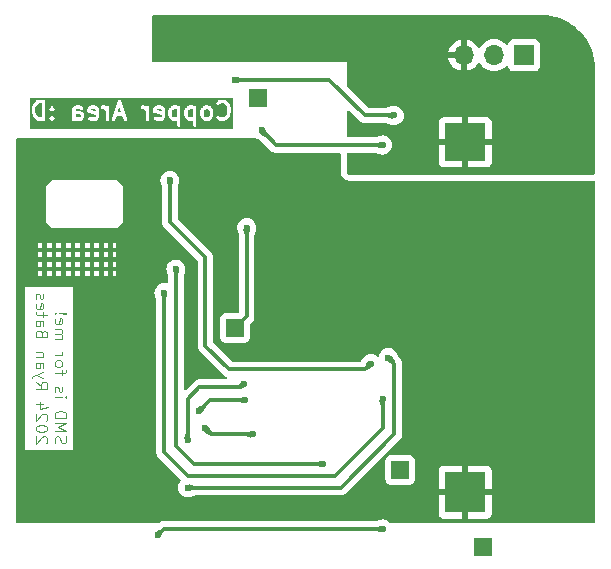
<source format=gbl>
G04 #@! TF.GenerationSoftware,KiCad,Pcbnew,8.0.4*
G04 #@! TF.CreationDate,2025-01-10T10:23:46-05:00*
G04 #@! TF.ProjectId,555 Blink-a-tron SMD,35353520-426c-4696-9e6b-2d612d74726f,rev?*
G04 #@! TF.SameCoordinates,Original*
G04 #@! TF.FileFunction,Copper,L2,Bot*
G04 #@! TF.FilePolarity,Positive*
%FSLAX46Y46*%
G04 Gerber Fmt 4.6, Leading zero omitted, Abs format (unit mm)*
G04 Created by KiCad (PCBNEW 8.0.4) date 2025-01-10 10:23:46*
%MOMM*%
%LPD*%
G01*
G04 APERTURE LIST*
%ADD10C,0.100000*%
G04 #@! TA.AperFunction,NonConductor*
%ADD11C,0.100000*%
G04 #@! TD*
%ADD12C,0.300000*%
G04 #@! TA.AperFunction,ComponentPad*
%ADD13R,1.500000X1.500000*%
G04 #@! TD*
G04 #@! TA.AperFunction,ComponentPad*
%ADD14R,1.700000X1.700000*%
G04 #@! TD*
G04 #@! TA.AperFunction,ComponentPad*
%ADD15O,1.700000X1.700000*%
G04 #@! TD*
G04 #@! TA.AperFunction,SMDPad,CuDef*
%ADD16R,3.505000X3.250000*%
G04 #@! TD*
G04 #@! TA.AperFunction,SMDPad,CuDef*
%ADD17R,3.505000X3.500000*%
G04 #@! TD*
G04 #@! TA.AperFunction,ViaPad*
%ADD18C,0.600000*%
G04 #@! TD*
G04 #@! TA.AperFunction,Conductor*
%ADD19C,0.304800*%
G04 #@! TD*
G04 APERTURE END LIST*
D10*
D11*
X103785144Y-86743734D02*
X103737524Y-86600877D01*
X103737524Y-86600877D02*
X103737524Y-86362782D01*
X103737524Y-86362782D02*
X103785144Y-86267544D01*
X103785144Y-86267544D02*
X103832763Y-86219925D01*
X103832763Y-86219925D02*
X103928001Y-86172306D01*
X103928001Y-86172306D02*
X104023239Y-86172306D01*
X104023239Y-86172306D02*
X104118477Y-86219925D01*
X104118477Y-86219925D02*
X104166096Y-86267544D01*
X104166096Y-86267544D02*
X104213715Y-86362782D01*
X104213715Y-86362782D02*
X104261334Y-86553258D01*
X104261334Y-86553258D02*
X104308953Y-86648496D01*
X104308953Y-86648496D02*
X104356572Y-86696115D01*
X104356572Y-86696115D02*
X104451810Y-86743734D01*
X104451810Y-86743734D02*
X104547048Y-86743734D01*
X104547048Y-86743734D02*
X104642286Y-86696115D01*
X104642286Y-86696115D02*
X104689905Y-86648496D01*
X104689905Y-86648496D02*
X104737524Y-86553258D01*
X104737524Y-86553258D02*
X104737524Y-86315163D01*
X104737524Y-86315163D02*
X104689905Y-86172306D01*
X103737524Y-85743734D02*
X104737524Y-85743734D01*
X104737524Y-85743734D02*
X104023239Y-85410401D01*
X104023239Y-85410401D02*
X104737524Y-85077068D01*
X104737524Y-85077068D02*
X103737524Y-85077068D01*
X103737524Y-84600877D02*
X104737524Y-84600877D01*
X104737524Y-84600877D02*
X104737524Y-84362782D01*
X104737524Y-84362782D02*
X104689905Y-84219925D01*
X104689905Y-84219925D02*
X104594667Y-84124687D01*
X104594667Y-84124687D02*
X104499429Y-84077068D01*
X104499429Y-84077068D02*
X104308953Y-84029449D01*
X104308953Y-84029449D02*
X104166096Y-84029449D01*
X104166096Y-84029449D02*
X103975620Y-84077068D01*
X103975620Y-84077068D02*
X103880382Y-84124687D01*
X103880382Y-84124687D02*
X103785144Y-84219925D01*
X103785144Y-84219925D02*
X103737524Y-84362782D01*
X103737524Y-84362782D02*
X103737524Y-84600877D01*
X103737524Y-82838972D02*
X104404191Y-82838972D01*
X104737524Y-82838972D02*
X104689905Y-82886591D01*
X104689905Y-82886591D02*
X104642286Y-82838972D01*
X104642286Y-82838972D02*
X104689905Y-82791353D01*
X104689905Y-82791353D02*
X104737524Y-82838972D01*
X104737524Y-82838972D02*
X104642286Y-82838972D01*
X103785144Y-82410401D02*
X103737524Y-82315163D01*
X103737524Y-82315163D02*
X103737524Y-82124687D01*
X103737524Y-82124687D02*
X103785144Y-82029449D01*
X103785144Y-82029449D02*
X103880382Y-81981830D01*
X103880382Y-81981830D02*
X103928001Y-81981830D01*
X103928001Y-81981830D02*
X104023239Y-82029449D01*
X104023239Y-82029449D02*
X104070858Y-82124687D01*
X104070858Y-82124687D02*
X104070858Y-82267544D01*
X104070858Y-82267544D02*
X104118477Y-82362782D01*
X104118477Y-82362782D02*
X104213715Y-82410401D01*
X104213715Y-82410401D02*
X104261334Y-82410401D01*
X104261334Y-82410401D02*
X104356572Y-82362782D01*
X104356572Y-82362782D02*
X104404191Y-82267544D01*
X104404191Y-82267544D02*
X104404191Y-82124687D01*
X104404191Y-82124687D02*
X104356572Y-82029449D01*
X104404191Y-80934210D02*
X104404191Y-80553258D01*
X103737524Y-80791353D02*
X104594667Y-80791353D01*
X104594667Y-80791353D02*
X104689905Y-80743734D01*
X104689905Y-80743734D02*
X104737524Y-80648496D01*
X104737524Y-80648496D02*
X104737524Y-80553258D01*
X103737524Y-80077067D02*
X103785144Y-80172305D01*
X103785144Y-80172305D02*
X103832763Y-80219924D01*
X103832763Y-80219924D02*
X103928001Y-80267543D01*
X103928001Y-80267543D02*
X104213715Y-80267543D01*
X104213715Y-80267543D02*
X104308953Y-80219924D01*
X104308953Y-80219924D02*
X104356572Y-80172305D01*
X104356572Y-80172305D02*
X104404191Y-80077067D01*
X104404191Y-80077067D02*
X104404191Y-79934210D01*
X104404191Y-79934210D02*
X104356572Y-79838972D01*
X104356572Y-79838972D02*
X104308953Y-79791353D01*
X104308953Y-79791353D02*
X104213715Y-79743734D01*
X104213715Y-79743734D02*
X103928001Y-79743734D01*
X103928001Y-79743734D02*
X103832763Y-79791353D01*
X103832763Y-79791353D02*
X103785144Y-79838972D01*
X103785144Y-79838972D02*
X103737524Y-79934210D01*
X103737524Y-79934210D02*
X103737524Y-80077067D01*
X103737524Y-79315162D02*
X104404191Y-79315162D01*
X104213715Y-79315162D02*
X104308953Y-79267543D01*
X104308953Y-79267543D02*
X104356572Y-79219924D01*
X104356572Y-79219924D02*
X104404191Y-79124686D01*
X104404191Y-79124686D02*
X104404191Y-79029448D01*
X103737524Y-77934209D02*
X104404191Y-77934209D01*
X104308953Y-77934209D02*
X104356572Y-77886590D01*
X104356572Y-77886590D02*
X104404191Y-77791352D01*
X104404191Y-77791352D02*
X104404191Y-77648495D01*
X104404191Y-77648495D02*
X104356572Y-77553257D01*
X104356572Y-77553257D02*
X104261334Y-77505638D01*
X104261334Y-77505638D02*
X103737524Y-77505638D01*
X104261334Y-77505638D02*
X104356572Y-77458019D01*
X104356572Y-77458019D02*
X104404191Y-77362781D01*
X104404191Y-77362781D02*
X104404191Y-77219924D01*
X104404191Y-77219924D02*
X104356572Y-77124685D01*
X104356572Y-77124685D02*
X104261334Y-77077066D01*
X104261334Y-77077066D02*
X103737524Y-77077066D01*
X103785144Y-76219924D02*
X103737524Y-76315162D01*
X103737524Y-76315162D02*
X103737524Y-76505638D01*
X103737524Y-76505638D02*
X103785144Y-76600876D01*
X103785144Y-76600876D02*
X103880382Y-76648495D01*
X103880382Y-76648495D02*
X104261334Y-76648495D01*
X104261334Y-76648495D02*
X104356572Y-76600876D01*
X104356572Y-76600876D02*
X104404191Y-76505638D01*
X104404191Y-76505638D02*
X104404191Y-76315162D01*
X104404191Y-76315162D02*
X104356572Y-76219924D01*
X104356572Y-76219924D02*
X104261334Y-76172305D01*
X104261334Y-76172305D02*
X104166096Y-76172305D01*
X104166096Y-76172305D02*
X104070858Y-76648495D01*
X103832763Y-75743733D02*
X103785144Y-75696114D01*
X103785144Y-75696114D02*
X103737524Y-75743733D01*
X103737524Y-75743733D02*
X103785144Y-75791352D01*
X103785144Y-75791352D02*
X103832763Y-75743733D01*
X103832763Y-75743733D02*
X103737524Y-75743733D01*
X104118477Y-75743733D02*
X104689905Y-75791352D01*
X104689905Y-75791352D02*
X104737524Y-75743733D01*
X104737524Y-75743733D02*
X104689905Y-75696114D01*
X104689905Y-75696114D02*
X104118477Y-75743733D01*
X104118477Y-75743733D02*
X104737524Y-75743733D01*
X103032342Y-86743734D02*
X103079961Y-86696115D01*
X103079961Y-86696115D02*
X103127580Y-86600877D01*
X103127580Y-86600877D02*
X103127580Y-86362782D01*
X103127580Y-86362782D02*
X103079961Y-86267544D01*
X103079961Y-86267544D02*
X103032342Y-86219925D01*
X103032342Y-86219925D02*
X102937104Y-86172306D01*
X102937104Y-86172306D02*
X102841866Y-86172306D01*
X102841866Y-86172306D02*
X102699009Y-86219925D01*
X102699009Y-86219925D02*
X102127580Y-86791353D01*
X102127580Y-86791353D02*
X102127580Y-86172306D01*
X103127580Y-85553258D02*
X103127580Y-85458020D01*
X103127580Y-85458020D02*
X103079961Y-85362782D01*
X103079961Y-85362782D02*
X103032342Y-85315163D01*
X103032342Y-85315163D02*
X102937104Y-85267544D01*
X102937104Y-85267544D02*
X102746628Y-85219925D01*
X102746628Y-85219925D02*
X102508533Y-85219925D01*
X102508533Y-85219925D02*
X102318057Y-85267544D01*
X102318057Y-85267544D02*
X102222819Y-85315163D01*
X102222819Y-85315163D02*
X102175200Y-85362782D01*
X102175200Y-85362782D02*
X102127580Y-85458020D01*
X102127580Y-85458020D02*
X102127580Y-85553258D01*
X102127580Y-85553258D02*
X102175200Y-85648496D01*
X102175200Y-85648496D02*
X102222819Y-85696115D01*
X102222819Y-85696115D02*
X102318057Y-85743734D01*
X102318057Y-85743734D02*
X102508533Y-85791353D01*
X102508533Y-85791353D02*
X102746628Y-85791353D01*
X102746628Y-85791353D02*
X102937104Y-85743734D01*
X102937104Y-85743734D02*
X103032342Y-85696115D01*
X103032342Y-85696115D02*
X103079961Y-85648496D01*
X103079961Y-85648496D02*
X103127580Y-85553258D01*
X103032342Y-84838972D02*
X103079961Y-84791353D01*
X103079961Y-84791353D02*
X103127580Y-84696115D01*
X103127580Y-84696115D02*
X103127580Y-84458020D01*
X103127580Y-84458020D02*
X103079961Y-84362782D01*
X103079961Y-84362782D02*
X103032342Y-84315163D01*
X103032342Y-84315163D02*
X102937104Y-84267544D01*
X102937104Y-84267544D02*
X102841866Y-84267544D01*
X102841866Y-84267544D02*
X102699009Y-84315163D01*
X102699009Y-84315163D02*
X102127580Y-84886591D01*
X102127580Y-84886591D02*
X102127580Y-84267544D01*
X102794247Y-83410401D02*
X102127580Y-83410401D01*
X103175200Y-83648496D02*
X102460914Y-83886591D01*
X102460914Y-83886591D02*
X102460914Y-83267544D01*
X102127580Y-81553258D02*
X102603771Y-81886591D01*
X102127580Y-82124686D02*
X103127580Y-82124686D01*
X103127580Y-82124686D02*
X103127580Y-81743734D01*
X103127580Y-81743734D02*
X103079961Y-81648496D01*
X103079961Y-81648496D02*
X103032342Y-81600877D01*
X103032342Y-81600877D02*
X102937104Y-81553258D01*
X102937104Y-81553258D02*
X102794247Y-81553258D01*
X102794247Y-81553258D02*
X102699009Y-81600877D01*
X102699009Y-81600877D02*
X102651390Y-81648496D01*
X102651390Y-81648496D02*
X102603771Y-81743734D01*
X102603771Y-81743734D02*
X102603771Y-82124686D01*
X102794247Y-81219924D02*
X102127580Y-80981829D01*
X102794247Y-80743734D02*
X102127580Y-80981829D01*
X102127580Y-80981829D02*
X101889485Y-81077067D01*
X101889485Y-81077067D02*
X101841866Y-81124686D01*
X101841866Y-81124686D02*
X101794247Y-81219924D01*
X102127580Y-79934210D02*
X102651390Y-79934210D01*
X102651390Y-79934210D02*
X102746628Y-79981829D01*
X102746628Y-79981829D02*
X102794247Y-80077067D01*
X102794247Y-80077067D02*
X102794247Y-80267543D01*
X102794247Y-80267543D02*
X102746628Y-80362781D01*
X102175200Y-79934210D02*
X102127580Y-80029448D01*
X102127580Y-80029448D02*
X102127580Y-80267543D01*
X102127580Y-80267543D02*
X102175200Y-80362781D01*
X102175200Y-80362781D02*
X102270438Y-80410400D01*
X102270438Y-80410400D02*
X102365676Y-80410400D01*
X102365676Y-80410400D02*
X102460914Y-80362781D01*
X102460914Y-80362781D02*
X102508533Y-80267543D01*
X102508533Y-80267543D02*
X102508533Y-80029448D01*
X102508533Y-80029448D02*
X102556152Y-79934210D01*
X102794247Y-79458019D02*
X102127580Y-79458019D01*
X102699009Y-79458019D02*
X102746628Y-79410400D01*
X102746628Y-79410400D02*
X102794247Y-79315162D01*
X102794247Y-79315162D02*
X102794247Y-79172305D01*
X102794247Y-79172305D02*
X102746628Y-79077067D01*
X102746628Y-79077067D02*
X102651390Y-79029448D01*
X102651390Y-79029448D02*
X102127580Y-79029448D01*
X102651390Y-77458019D02*
X102603771Y-77315162D01*
X102603771Y-77315162D02*
X102556152Y-77267543D01*
X102556152Y-77267543D02*
X102460914Y-77219924D01*
X102460914Y-77219924D02*
X102318057Y-77219924D01*
X102318057Y-77219924D02*
X102222819Y-77267543D01*
X102222819Y-77267543D02*
X102175200Y-77315162D01*
X102175200Y-77315162D02*
X102127580Y-77410400D01*
X102127580Y-77410400D02*
X102127580Y-77791352D01*
X102127580Y-77791352D02*
X103127580Y-77791352D01*
X103127580Y-77791352D02*
X103127580Y-77458019D01*
X103127580Y-77458019D02*
X103079961Y-77362781D01*
X103079961Y-77362781D02*
X103032342Y-77315162D01*
X103032342Y-77315162D02*
X102937104Y-77267543D01*
X102937104Y-77267543D02*
X102841866Y-77267543D01*
X102841866Y-77267543D02*
X102746628Y-77315162D01*
X102746628Y-77315162D02*
X102699009Y-77362781D01*
X102699009Y-77362781D02*
X102651390Y-77458019D01*
X102651390Y-77458019D02*
X102651390Y-77791352D01*
X102127580Y-76362781D02*
X102651390Y-76362781D01*
X102651390Y-76362781D02*
X102746628Y-76410400D01*
X102746628Y-76410400D02*
X102794247Y-76505638D01*
X102794247Y-76505638D02*
X102794247Y-76696114D01*
X102794247Y-76696114D02*
X102746628Y-76791352D01*
X102175200Y-76362781D02*
X102127580Y-76458019D01*
X102127580Y-76458019D02*
X102127580Y-76696114D01*
X102127580Y-76696114D02*
X102175200Y-76791352D01*
X102175200Y-76791352D02*
X102270438Y-76838971D01*
X102270438Y-76838971D02*
X102365676Y-76838971D01*
X102365676Y-76838971D02*
X102460914Y-76791352D01*
X102460914Y-76791352D02*
X102508533Y-76696114D01*
X102508533Y-76696114D02*
X102508533Y-76458019D01*
X102508533Y-76458019D02*
X102556152Y-76362781D01*
X102794247Y-76029447D02*
X102794247Y-75648495D01*
X103127580Y-75886590D02*
X102270438Y-75886590D01*
X102270438Y-75886590D02*
X102175200Y-75838971D01*
X102175200Y-75838971D02*
X102127580Y-75743733D01*
X102127580Y-75743733D02*
X102127580Y-75648495D01*
X102175200Y-74934209D02*
X102127580Y-75029447D01*
X102127580Y-75029447D02*
X102127580Y-75219923D01*
X102127580Y-75219923D02*
X102175200Y-75315161D01*
X102175200Y-75315161D02*
X102270438Y-75362780D01*
X102270438Y-75362780D02*
X102651390Y-75362780D01*
X102651390Y-75362780D02*
X102746628Y-75315161D01*
X102746628Y-75315161D02*
X102794247Y-75219923D01*
X102794247Y-75219923D02*
X102794247Y-75029447D01*
X102794247Y-75029447D02*
X102746628Y-74934209D01*
X102746628Y-74934209D02*
X102651390Y-74886590D01*
X102651390Y-74886590D02*
X102556152Y-74886590D01*
X102556152Y-74886590D02*
X102460914Y-75362780D01*
X102175200Y-74505637D02*
X102127580Y-74410399D01*
X102127580Y-74410399D02*
X102127580Y-74219923D01*
X102127580Y-74219923D02*
X102175200Y-74124685D01*
X102175200Y-74124685D02*
X102270438Y-74077066D01*
X102270438Y-74077066D02*
X102318057Y-74077066D01*
X102318057Y-74077066D02*
X102413295Y-74124685D01*
X102413295Y-74124685D02*
X102460914Y-74219923D01*
X102460914Y-74219923D02*
X102460914Y-74362780D01*
X102460914Y-74362780D02*
X102508533Y-74458018D01*
X102508533Y-74458018D02*
X102603771Y-74505637D01*
X102603771Y-74505637D02*
X102651390Y-74505637D01*
X102651390Y-74505637D02*
X102746628Y-74458018D01*
X102746628Y-74458018D02*
X102794247Y-74362780D01*
X102794247Y-74362780D02*
X102794247Y-74219923D01*
X102794247Y-74219923D02*
X102746628Y-74124685D01*
D12*
G36*
X114081203Y-58464961D02*
G01*
X114081203Y-59136694D01*
X114052936Y-59150828D01*
X113838041Y-59150828D01*
X113748628Y-59106122D01*
X113711624Y-59069118D01*
X113666917Y-58979703D01*
X113666917Y-58621952D01*
X113711624Y-58532538D01*
X113748628Y-58495534D01*
X113838041Y-58450828D01*
X114052936Y-58450828D01*
X114081203Y-58464961D01*
G37*
G36*
X115438346Y-58464961D02*
G01*
X115438346Y-59136694D01*
X115410079Y-59150828D01*
X115195184Y-59150828D01*
X115105771Y-59106122D01*
X115068767Y-59069118D01*
X115024060Y-58979703D01*
X115024060Y-58621952D01*
X115068767Y-58532538D01*
X115105771Y-58495534D01*
X115195184Y-58450828D01*
X115410079Y-58450828D01*
X115438346Y-58464961D01*
G37*
G36*
X102652633Y-59150828D02*
G01*
X102469833Y-59150828D01*
X102312230Y-59098294D01*
X102211625Y-58997688D01*
X102158444Y-58891328D01*
X102095490Y-58639507D01*
X102095490Y-58462148D01*
X102158444Y-58210327D01*
X102211625Y-58103967D01*
X102312231Y-58003361D01*
X102469833Y-57950828D01*
X102652633Y-57950828D01*
X102652633Y-59150828D01*
G37*
G36*
X105905115Y-58912630D02*
G01*
X105938347Y-58979094D01*
X105938347Y-59051132D01*
X105905115Y-59117596D01*
X105838652Y-59150828D01*
X105552329Y-59150828D01*
X105524062Y-59136694D01*
X105524062Y-58879400D01*
X105838652Y-58879400D01*
X105905115Y-58912630D01*
G37*
G36*
X107190829Y-58484060D02*
G01*
X107224061Y-58550523D01*
X107224061Y-58617857D01*
X106816831Y-58536411D01*
X106843007Y-58484060D01*
X106909471Y-58450828D01*
X107124366Y-58450828D01*
X107190829Y-58484060D01*
G37*
G36*
X112762256Y-58484060D02*
G01*
X112795488Y-58550523D01*
X112795488Y-58617857D01*
X112388258Y-58536411D01*
X112414434Y-58484060D01*
X112480898Y-58450828D01*
X112695793Y-58450828D01*
X112762256Y-58484060D01*
G37*
G36*
X116785207Y-58495535D02*
G01*
X116822211Y-58532539D01*
X116866917Y-58621951D01*
X116866917Y-58979704D01*
X116822210Y-59069117D01*
X116785205Y-59106122D01*
X116695793Y-59150828D01*
X116552327Y-59150828D01*
X116462914Y-59106122D01*
X116425910Y-59069118D01*
X116381203Y-58979703D01*
X116381203Y-58621952D01*
X116425910Y-58532538D01*
X116462914Y-58495534D01*
X116552327Y-58450828D01*
X116695793Y-58450828D01*
X116785207Y-58495535D01*
G37*
G36*
X109380233Y-58722257D02*
G01*
X109082174Y-58722257D01*
X109231203Y-58275169D01*
X109380233Y-58722257D01*
G37*
G36*
X118833584Y-60114613D02*
G01*
X101628823Y-60114613D01*
X101628823Y-58443685D01*
X101795490Y-58443685D01*
X101795490Y-58657971D01*
X101795992Y-58663074D01*
X101795667Y-58665262D01*
X101797286Y-58676212D01*
X101798372Y-58687235D01*
X101799219Y-58689279D01*
X101799969Y-58694351D01*
X101871397Y-58980065D01*
X101872168Y-58982223D01*
X101872245Y-58983304D01*
X101876903Y-58995478D01*
X101881290Y-59007756D01*
X101881934Y-59008626D01*
X101882754Y-59010767D01*
X101954183Y-59153624D01*
X101962110Y-59166217D01*
X101963626Y-59169877D01*
X101967007Y-59173996D01*
X101969848Y-59178510D01*
X101972841Y-59181106D01*
X101982281Y-59192608D01*
X102125138Y-59335466D01*
X102147868Y-59354121D01*
X102152847Y-59356183D01*
X102156919Y-59359715D01*
X102183770Y-59371703D01*
X102398056Y-59443131D01*
X102412568Y-59446430D01*
X102416226Y-59447946D01*
X102421528Y-59448468D01*
X102426730Y-59449651D01*
X102430684Y-59449369D01*
X102445490Y-59450828D01*
X102802633Y-59450828D01*
X102831897Y-59447946D01*
X102885969Y-59425548D01*
X102927353Y-59384164D01*
X102949751Y-59330092D01*
X102949751Y-59330090D01*
X102952633Y-59300828D01*
X102952633Y-59200138D01*
X103298372Y-59200138D01*
X103298372Y-59258664D01*
X103300598Y-59264037D01*
X103320769Y-59312735D01*
X103320770Y-59312736D01*
X103339425Y-59335467D01*
X103410854Y-59406895D01*
X103433583Y-59425548D01*
X103433584Y-59425549D01*
X103456382Y-59434992D01*
X103487655Y-59447946D01*
X103487656Y-59447946D01*
X103487657Y-59447946D01*
X103546182Y-59447946D01*
X103546183Y-59447946D01*
X103577456Y-59434992D01*
X103600254Y-59425549D01*
X103622985Y-59406894D01*
X103694413Y-59335466D01*
X103713068Y-59312736D01*
X103735464Y-59258663D01*
X103735464Y-59231215D01*
X103735465Y-59200138D01*
X103713068Y-59146065D01*
X103694414Y-59123335D01*
X103622986Y-59051906D01*
X103600255Y-59033251D01*
X103600254Y-59033250D01*
X103568580Y-59020130D01*
X103546183Y-59010853D01*
X103487655Y-59010853D01*
X103465258Y-59020130D01*
X103433584Y-59033250D01*
X103410853Y-59051905D01*
X103339424Y-59123334D01*
X103320769Y-59146065D01*
X103300599Y-59194762D01*
X103298372Y-59200138D01*
X102952633Y-59200138D01*
X102952633Y-58414422D01*
X103298372Y-58414422D01*
X103298372Y-58472948D01*
X103320769Y-58527020D01*
X103339424Y-58549751D01*
X103410853Y-58621180D01*
X103433584Y-58639835D01*
X103462968Y-58652006D01*
X103487655Y-58662232D01*
X103487656Y-58662232D01*
X103487657Y-58662232D01*
X103546183Y-58662232D01*
X103570870Y-58652006D01*
X103600254Y-58639835D01*
X103600255Y-58639834D01*
X103622986Y-58621179D01*
X103694414Y-58549750D01*
X103713068Y-58527020D01*
X103717999Y-58515114D01*
X105224062Y-58515114D01*
X105224062Y-59300828D01*
X105226944Y-59330092D01*
X105249342Y-59384164D01*
X105290726Y-59425548D01*
X105344798Y-59447946D01*
X105403326Y-59447946D01*
X105442933Y-59431539D01*
X105449838Y-59434992D01*
X105477301Y-59445502D01*
X105482676Y-59445883D01*
X105487655Y-59447946D01*
X105516919Y-59450828D01*
X105874062Y-59450828D01*
X105903326Y-59447946D01*
X105908304Y-59445883D01*
X105913680Y-59445502D01*
X105941144Y-59434992D01*
X106084001Y-59363564D01*
X106088893Y-59360484D01*
X106091204Y-59359714D01*
X106094080Y-59357219D01*
X106108887Y-59347899D01*
X106121208Y-59333691D01*
X106135419Y-59321367D01*
X106144739Y-59306559D01*
X106147233Y-59303684D01*
X106148002Y-59301374D01*
X106151083Y-59296481D01*
X106222512Y-59153623D01*
X106233021Y-59126160D01*
X106233402Y-59120784D01*
X106235465Y-59115806D01*
X106238347Y-59086542D01*
X106238347Y-58943685D01*
X106235465Y-58914421D01*
X106233402Y-58909442D01*
X106233021Y-58904067D01*
X106222511Y-58876604D01*
X106151083Y-58733746D01*
X106148002Y-58728852D01*
X106147233Y-58726544D01*
X106144739Y-58723668D01*
X106135418Y-58708861D01*
X106121211Y-58696540D01*
X106108887Y-58682329D01*
X106094076Y-58673006D01*
X106091203Y-58670514D01*
X106088895Y-58669744D01*
X106084001Y-58666664D01*
X105941144Y-58595236D01*
X105913680Y-58584726D01*
X105908304Y-58584344D01*
X105903326Y-58582282D01*
X105874062Y-58579400D01*
X105552329Y-58579400D01*
X105524062Y-58565266D01*
X105524062Y-58550523D01*
X105557293Y-58484060D01*
X105623757Y-58450828D01*
X105838652Y-58450828D01*
X105949836Y-58506421D01*
X105977300Y-58516930D01*
X106035680Y-58521079D01*
X106053575Y-58515114D01*
X106509776Y-58515114D01*
X106509776Y-58657971D01*
X106512658Y-58687235D01*
X106518282Y-58700812D01*
X106521134Y-58715229D01*
X106529372Y-58727586D01*
X106535056Y-58741307D01*
X106545448Y-58751699D01*
X106553599Y-58763925D01*
X106565937Y-58772188D01*
X106576440Y-58782691D01*
X106590016Y-58788314D01*
X106602228Y-58796493D01*
X106630359Y-58805058D01*
X106630510Y-58805088D01*
X106630512Y-58805089D01*
X106630514Y-58805089D01*
X107224061Y-58923798D01*
X107224061Y-59051132D01*
X107190829Y-59117596D01*
X107124366Y-59150828D01*
X106909471Y-59150828D01*
X106798286Y-59095236D01*
X106770822Y-59084726D01*
X106712442Y-59080578D01*
X106656920Y-59099086D01*
X106612705Y-59137433D01*
X106586530Y-59189782D01*
X106582382Y-59248162D01*
X106600890Y-59303684D01*
X106639237Y-59347899D01*
X106664122Y-59363564D01*
X106806980Y-59434992D01*
X106834443Y-59445502D01*
X106839818Y-59445883D01*
X106844797Y-59447946D01*
X106874061Y-59450828D01*
X107159776Y-59450828D01*
X107189040Y-59447946D01*
X107194018Y-59445883D01*
X107199394Y-59445502D01*
X107226858Y-59434992D01*
X107369715Y-59363564D01*
X107374607Y-59360484D01*
X107376918Y-59359714D01*
X107379794Y-59357219D01*
X107394601Y-59347899D01*
X107406922Y-59333691D01*
X107421133Y-59321367D01*
X107430453Y-59306559D01*
X107432947Y-59303684D01*
X107433716Y-59301374D01*
X107436797Y-59296481D01*
X107508226Y-59153623D01*
X107518735Y-59126160D01*
X107519116Y-59120784D01*
X107521179Y-59115806D01*
X107524061Y-59086542D01*
X107524061Y-58800989D01*
X107524062Y-58800985D01*
X107524061Y-58800979D01*
X107524061Y-58515114D01*
X107521179Y-58485850D01*
X107519116Y-58480871D01*
X107518735Y-58475496D01*
X107508225Y-58448033D01*
X107436797Y-58305175D01*
X107433716Y-58300281D01*
X107432947Y-58297973D01*
X107430453Y-58295097D01*
X107421132Y-58280290D01*
X107411070Y-58271564D01*
X107655514Y-58271564D01*
X107655514Y-58330092D01*
X107677912Y-58384164D01*
X107719296Y-58425548D01*
X107773368Y-58447946D01*
X107802632Y-58450828D01*
X107910079Y-58450828D01*
X107999493Y-58495535D01*
X108036497Y-58532539D01*
X108081204Y-58621952D01*
X108081204Y-59300828D01*
X108084086Y-59330092D01*
X108106484Y-59384164D01*
X108147868Y-59425548D01*
X108201940Y-59447946D01*
X108260468Y-59447946D01*
X108314540Y-59425548D01*
X108355924Y-59384164D01*
X108378322Y-59330092D01*
X108381204Y-59300828D01*
X108381204Y-59282067D01*
X108582381Y-59282067D01*
X108586530Y-59340448D01*
X108612704Y-59392795D01*
X108656918Y-59431142D01*
X108712442Y-59449650D01*
X108770823Y-59445501D01*
X108823170Y-59419327D01*
X108861517Y-59375113D01*
X108873505Y-59348262D01*
X108982174Y-59022257D01*
X109480233Y-59022257D01*
X109588901Y-59348262D01*
X109600889Y-59375113D01*
X109639236Y-59419328D01*
X109691584Y-59445501D01*
X109749964Y-59449651D01*
X109805488Y-59431142D01*
X109849702Y-59392795D01*
X109875876Y-59340448D01*
X109880026Y-59282068D01*
X109873506Y-59253394D01*
X109546229Y-58271564D01*
X111012656Y-58271564D01*
X111012656Y-58330092D01*
X111035054Y-58384164D01*
X111076438Y-58425548D01*
X111130510Y-58447946D01*
X111159774Y-58450828D01*
X111267221Y-58450828D01*
X111356635Y-58495535D01*
X111393639Y-58532539D01*
X111438346Y-58621952D01*
X111438346Y-59300828D01*
X111441228Y-59330092D01*
X111463626Y-59384164D01*
X111505010Y-59425548D01*
X111559082Y-59447946D01*
X111617610Y-59447946D01*
X111671682Y-59425548D01*
X111713066Y-59384164D01*
X111735464Y-59330092D01*
X111738346Y-59300828D01*
X111738346Y-58515114D01*
X112081203Y-58515114D01*
X112081203Y-58657971D01*
X112084085Y-58687235D01*
X112089709Y-58700812D01*
X112092561Y-58715229D01*
X112100799Y-58727586D01*
X112106483Y-58741307D01*
X112116875Y-58751699D01*
X112125026Y-58763925D01*
X112137364Y-58772188D01*
X112147867Y-58782691D01*
X112161443Y-58788314D01*
X112173655Y-58796493D01*
X112201786Y-58805058D01*
X112201937Y-58805088D01*
X112201939Y-58805089D01*
X112201941Y-58805089D01*
X112795488Y-58923798D01*
X112795488Y-59051132D01*
X112762256Y-59117596D01*
X112695793Y-59150828D01*
X112480898Y-59150828D01*
X112369713Y-59095236D01*
X112342249Y-59084726D01*
X112283869Y-59080578D01*
X112228347Y-59099086D01*
X112184132Y-59137433D01*
X112157957Y-59189782D01*
X112153809Y-59248162D01*
X112172317Y-59303684D01*
X112210664Y-59347899D01*
X112235549Y-59363564D01*
X112378407Y-59434992D01*
X112405870Y-59445502D01*
X112411245Y-59445883D01*
X112416224Y-59447946D01*
X112445488Y-59450828D01*
X112731203Y-59450828D01*
X112760467Y-59447946D01*
X112765445Y-59445883D01*
X112770821Y-59445502D01*
X112798285Y-59434992D01*
X112941142Y-59363564D01*
X112946034Y-59360484D01*
X112948345Y-59359714D01*
X112951221Y-59357219D01*
X112966028Y-59347899D01*
X112978349Y-59333691D01*
X112992560Y-59321367D01*
X113001880Y-59306559D01*
X113004374Y-59303684D01*
X113005143Y-59301374D01*
X113008224Y-59296481D01*
X113079653Y-59153623D01*
X113090162Y-59126160D01*
X113090543Y-59120784D01*
X113092606Y-59115806D01*
X113095488Y-59086542D01*
X113095488Y-58800989D01*
X113095489Y-58800985D01*
X113095488Y-58800979D01*
X113095488Y-58586542D01*
X113366917Y-58586542D01*
X113366917Y-59015114D01*
X113369799Y-59044378D01*
X113371862Y-59049358D01*
X113372244Y-59054733D01*
X113382753Y-59082196D01*
X113454182Y-59225053D01*
X113462110Y-59237648D01*
X113463625Y-59241305D01*
X113467004Y-59245422D01*
X113469847Y-59249939D01*
X113472841Y-59252536D01*
X113482279Y-59264036D01*
X113553707Y-59335465D01*
X113565212Y-59344907D01*
X113567807Y-59347899D01*
X113572317Y-59350738D01*
X113576438Y-59354120D01*
X113580097Y-59355635D01*
X113592692Y-59363564D01*
X113735550Y-59434992D01*
X113763013Y-59445502D01*
X113768388Y-59445883D01*
X113773367Y-59447946D01*
X113802631Y-59450828D01*
X114081203Y-59450828D01*
X114081203Y-59800828D01*
X114084085Y-59830092D01*
X114106483Y-59884164D01*
X114147867Y-59925548D01*
X114201939Y-59947946D01*
X114260467Y-59947946D01*
X114314539Y-59925548D01*
X114355923Y-59884164D01*
X114378321Y-59830092D01*
X114381203Y-59800828D01*
X114381203Y-58586542D01*
X114724060Y-58586542D01*
X114724060Y-59015114D01*
X114726942Y-59044378D01*
X114729005Y-59049358D01*
X114729387Y-59054733D01*
X114739896Y-59082196D01*
X114811325Y-59225053D01*
X114819253Y-59237648D01*
X114820768Y-59241305D01*
X114824147Y-59245422D01*
X114826990Y-59249939D01*
X114829984Y-59252536D01*
X114839422Y-59264036D01*
X114910850Y-59335465D01*
X114922355Y-59344907D01*
X114924950Y-59347899D01*
X114929460Y-59350738D01*
X114933581Y-59354120D01*
X114937240Y-59355635D01*
X114949835Y-59363564D01*
X115092693Y-59434992D01*
X115120156Y-59445502D01*
X115125531Y-59445883D01*
X115130510Y-59447946D01*
X115159774Y-59450828D01*
X115438346Y-59450828D01*
X115438346Y-59800828D01*
X115441228Y-59830092D01*
X115463626Y-59884164D01*
X115505010Y-59925548D01*
X115559082Y-59947946D01*
X115617610Y-59947946D01*
X115671682Y-59925548D01*
X115713066Y-59884164D01*
X115735464Y-59830092D01*
X115738346Y-59800828D01*
X115738346Y-58586542D01*
X116081203Y-58586542D01*
X116081203Y-59015114D01*
X116084085Y-59044378D01*
X116086148Y-59049358D01*
X116086530Y-59054733D01*
X116097039Y-59082196D01*
X116168468Y-59225053D01*
X116176396Y-59237648D01*
X116177911Y-59241305D01*
X116181290Y-59245422D01*
X116184133Y-59249939D01*
X116187127Y-59252536D01*
X116196565Y-59264036D01*
X116267993Y-59335465D01*
X116279498Y-59344907D01*
X116282093Y-59347899D01*
X116286603Y-59350738D01*
X116290724Y-59354120D01*
X116294383Y-59355635D01*
X116306978Y-59363564D01*
X116449836Y-59434992D01*
X116477299Y-59445502D01*
X116482674Y-59445883D01*
X116487653Y-59447946D01*
X116516917Y-59450828D01*
X116731203Y-59450828D01*
X116760467Y-59447946D01*
X116765445Y-59445883D01*
X116770821Y-59445502D01*
X116798285Y-59434992D01*
X116941142Y-59363564D01*
X116953735Y-59355636D01*
X116957395Y-59354121D01*
X116961514Y-59350739D01*
X116966028Y-59347899D01*
X116968624Y-59344905D01*
X116980126Y-59335466D01*
X117051555Y-59264037D01*
X117060996Y-59252532D01*
X117063988Y-59249938D01*
X117066826Y-59245428D01*
X117070210Y-59241306D01*
X117071726Y-59237644D01*
X117079653Y-59225053D01*
X117151081Y-59082195D01*
X117161591Y-59054732D01*
X117161972Y-59049356D01*
X117164035Y-59044378D01*
X117166917Y-59015114D01*
X117166917Y-58586542D01*
X117164035Y-58557278D01*
X117161972Y-58552299D01*
X117161591Y-58546924D01*
X117151081Y-58519461D01*
X117079653Y-58376603D01*
X117071724Y-58364008D01*
X117070209Y-58360349D01*
X117066827Y-58356228D01*
X117063988Y-58351718D01*
X117060996Y-58349123D01*
X117051554Y-58337618D01*
X116980125Y-58266190D01*
X116968625Y-58256752D01*
X116966028Y-58253758D01*
X116961511Y-58250915D01*
X116957394Y-58247536D01*
X116953737Y-58246021D01*
X116941142Y-58238093D01*
X116798285Y-58166664D01*
X116770822Y-58156155D01*
X116765447Y-58155773D01*
X116760467Y-58153710D01*
X116731203Y-58150828D01*
X116516917Y-58150828D01*
X116487653Y-58153710D01*
X116482672Y-58155773D01*
X116477298Y-58156155D01*
X116449834Y-58166664D01*
X116306978Y-58238093D01*
X116294386Y-58246019D01*
X116290724Y-58247536D01*
X116286601Y-58250919D01*
X116282092Y-58253758D01*
X116279496Y-58256750D01*
X116267994Y-58266191D01*
X116196566Y-58337619D01*
X116187126Y-58349120D01*
X116184133Y-58351717D01*
X116181292Y-58356230D01*
X116177911Y-58360350D01*
X116176395Y-58364009D01*
X116168468Y-58376603D01*
X116097039Y-58519460D01*
X116086530Y-58546923D01*
X116086148Y-58552297D01*
X116084085Y-58557278D01*
X116081203Y-58586542D01*
X115738346Y-58586542D01*
X115738346Y-58300828D01*
X115735464Y-58271564D01*
X115713066Y-58217492D01*
X115671682Y-58176108D01*
X115617610Y-58153710D01*
X115559082Y-58153710D01*
X115519475Y-58170116D01*
X115512571Y-58166664D01*
X115485108Y-58156155D01*
X115479733Y-58155773D01*
X115474753Y-58153710D01*
X115445489Y-58150828D01*
X115159774Y-58150828D01*
X115130510Y-58153710D01*
X115125529Y-58155773D01*
X115120155Y-58156155D01*
X115092691Y-58166664D01*
X114949835Y-58238093D01*
X114937243Y-58246019D01*
X114933581Y-58247536D01*
X114929458Y-58250919D01*
X114924949Y-58253758D01*
X114922353Y-58256750D01*
X114910851Y-58266191D01*
X114839423Y-58337619D01*
X114829983Y-58349120D01*
X114826990Y-58351717D01*
X114824149Y-58356230D01*
X114820768Y-58360350D01*
X114819252Y-58364009D01*
X114811325Y-58376603D01*
X114739896Y-58519460D01*
X114729387Y-58546923D01*
X114729005Y-58552297D01*
X114726942Y-58557278D01*
X114724060Y-58586542D01*
X114381203Y-58586542D01*
X114381203Y-58300828D01*
X114378321Y-58271564D01*
X114355923Y-58217492D01*
X114314539Y-58176108D01*
X114260467Y-58153710D01*
X114201939Y-58153710D01*
X114162332Y-58170116D01*
X114155428Y-58166664D01*
X114127965Y-58156155D01*
X114122590Y-58155773D01*
X114117610Y-58153710D01*
X114088346Y-58150828D01*
X113802631Y-58150828D01*
X113773367Y-58153710D01*
X113768386Y-58155773D01*
X113763012Y-58156155D01*
X113735548Y-58166664D01*
X113592692Y-58238093D01*
X113580100Y-58246019D01*
X113576438Y-58247536D01*
X113572315Y-58250919D01*
X113567806Y-58253758D01*
X113565210Y-58256750D01*
X113553708Y-58266191D01*
X113482280Y-58337619D01*
X113472840Y-58349120D01*
X113469847Y-58351717D01*
X113467006Y-58356230D01*
X113463625Y-58360350D01*
X113462109Y-58364009D01*
X113454182Y-58376603D01*
X113382753Y-58519460D01*
X113372244Y-58546923D01*
X113371862Y-58552297D01*
X113369799Y-58557278D01*
X113366917Y-58586542D01*
X113095488Y-58586542D01*
X113095488Y-58515114D01*
X113092606Y-58485850D01*
X113090543Y-58480871D01*
X113090162Y-58475496D01*
X113079652Y-58448033D01*
X113008224Y-58305175D01*
X113005143Y-58300281D01*
X113004374Y-58297973D01*
X113001880Y-58295097D01*
X112992559Y-58280290D01*
X112978352Y-58267969D01*
X112966028Y-58253758D01*
X112951217Y-58244435D01*
X112948344Y-58241943D01*
X112946036Y-58241173D01*
X112941142Y-58238093D01*
X112798285Y-58166664D01*
X112770822Y-58156155D01*
X112765447Y-58155773D01*
X112760467Y-58153710D01*
X112731203Y-58150828D01*
X112445488Y-58150828D01*
X112416224Y-58153710D01*
X112411243Y-58155773D01*
X112405869Y-58156155D01*
X112378405Y-58166664D01*
X112235549Y-58238093D01*
X112230654Y-58241173D01*
X112228347Y-58241943D01*
X112225472Y-58244435D01*
X112210663Y-58253758D01*
X112198339Y-58267967D01*
X112184132Y-58280289D01*
X112174812Y-58295094D01*
X112172316Y-58297973D01*
X112171545Y-58300284D01*
X112168467Y-58305175D01*
X112097039Y-58448032D01*
X112086529Y-58475496D01*
X112086147Y-58480871D01*
X112084085Y-58485850D01*
X112081203Y-58515114D01*
X111738346Y-58515114D01*
X111738346Y-58300828D01*
X111735464Y-58271564D01*
X111713066Y-58217492D01*
X111671682Y-58176108D01*
X111617610Y-58153710D01*
X111559082Y-58153710D01*
X111505010Y-58176108D01*
X111466207Y-58214911D01*
X111369713Y-58166664D01*
X111342250Y-58156154D01*
X111336872Y-58155771D01*
X111331895Y-58153710D01*
X111302631Y-58150828D01*
X111159774Y-58150828D01*
X111130510Y-58153710D01*
X111076438Y-58176108D01*
X111035054Y-58217492D01*
X111012656Y-58271564D01*
X109546229Y-58271564D01*
X109427181Y-57914422D01*
X117441228Y-57914422D01*
X117441228Y-57972948D01*
X117463625Y-58027020D01*
X117505011Y-58068406D01*
X117559083Y-58090803D01*
X117617609Y-58090803D01*
X117671681Y-58068406D01*
X117694412Y-58049751D01*
X117740801Y-58003361D01*
X117898403Y-57950828D01*
X117992577Y-57950828D01*
X118150175Y-58003361D01*
X118250782Y-58103968D01*
X118303961Y-58210327D01*
X118366917Y-58462148D01*
X118366917Y-58639507D01*
X118303961Y-58891328D01*
X118250782Y-58997688D01*
X118150176Y-59098294D01*
X117992574Y-59150828D01*
X117898403Y-59150828D01*
X117740800Y-59098294D01*
X117694413Y-59051906D01*
X117671682Y-59033251D01*
X117617610Y-59010853D01*
X117559084Y-59010853D01*
X117505012Y-59033250D01*
X117463626Y-59074635D01*
X117441228Y-59128707D01*
X117441228Y-59187233D01*
X117463625Y-59241305D01*
X117482279Y-59264036D01*
X117553707Y-59335465D01*
X117576438Y-59354120D01*
X117581414Y-59356181D01*
X117585489Y-59359715D01*
X117612340Y-59371703D01*
X117826626Y-59443131D01*
X117841138Y-59446430D01*
X117844796Y-59447946D01*
X117850098Y-59448468D01*
X117855300Y-59449651D01*
X117859254Y-59449369D01*
X117874060Y-59450828D01*
X118016917Y-59450828D01*
X118031722Y-59449369D01*
X118035677Y-59449651D01*
X118040878Y-59448468D01*
X118046181Y-59447946D01*
X118049838Y-59446430D01*
X118064351Y-59443131D01*
X118278637Y-59371703D01*
X118305488Y-59359715D01*
X118309559Y-59356183D01*
X118314539Y-59354121D01*
X118337269Y-59335466D01*
X118480126Y-59192608D01*
X118489564Y-59181106D01*
X118492559Y-59178510D01*
X118495399Y-59173996D01*
X118498781Y-59169877D01*
X118500296Y-59166217D01*
X118508224Y-59153624D01*
X118579653Y-59010768D01*
X118580472Y-59008625D01*
X118581117Y-59007756D01*
X118585501Y-58995484D01*
X118590162Y-58983304D01*
X118590238Y-58982223D01*
X118591010Y-58980065D01*
X118662438Y-58694351D01*
X118663187Y-58689279D01*
X118664035Y-58687235D01*
X118665120Y-58676212D01*
X118666740Y-58665262D01*
X118666414Y-58663074D01*
X118666917Y-58657971D01*
X118666917Y-58443685D01*
X118666414Y-58438581D01*
X118666740Y-58436394D01*
X118665120Y-58425443D01*
X118664035Y-58414421D01*
X118663187Y-58412376D01*
X118662438Y-58407305D01*
X118591010Y-58121591D01*
X118590238Y-58119432D01*
X118590162Y-58118352D01*
X118585501Y-58106171D01*
X118581117Y-58093900D01*
X118580472Y-58093030D01*
X118579653Y-58090888D01*
X118508224Y-57948032D01*
X118500297Y-57935440D01*
X118498781Y-57931778D01*
X118495397Y-57927655D01*
X118492559Y-57923146D01*
X118489566Y-57920550D01*
X118480126Y-57909048D01*
X118337269Y-57766191D01*
X118314538Y-57747536D01*
X118309558Y-57745473D01*
X118305488Y-57741943D01*
X118278637Y-57729954D01*
X118064351Y-57658526D01*
X118049843Y-57655227D01*
X118046181Y-57653710D01*
X118040872Y-57653187D01*
X118035678Y-57652006D01*
X118031728Y-57652286D01*
X118016917Y-57650828D01*
X117874060Y-57650828D01*
X117859248Y-57652286D01*
X117855299Y-57652006D01*
X117850104Y-57653187D01*
X117844796Y-57653710D01*
X117841134Y-57655226D01*
X117826625Y-57658526D01*
X117612340Y-57729955D01*
X117585489Y-57741943D01*
X117581418Y-57745472D01*
X117576438Y-57747536D01*
X117553708Y-57766191D01*
X117482280Y-57837619D01*
X117463625Y-57860350D01*
X117441228Y-57914422D01*
X109427181Y-57914422D01*
X109373505Y-57753394D01*
X109361517Y-57726543D01*
X109354494Y-57718446D01*
X109349702Y-57708861D01*
X109335493Y-57696537D01*
X109323170Y-57682329D01*
X109313584Y-57677536D01*
X109305488Y-57670514D01*
X109287644Y-57664565D01*
X109270823Y-57656155D01*
X109260134Y-57655395D01*
X109249964Y-57652005D01*
X109231198Y-57653338D01*
X109212442Y-57652006D01*
X109202274Y-57655395D01*
X109191584Y-57656155D01*
X109174760Y-57664566D01*
X109156918Y-57670514D01*
X109148823Y-57677534D01*
X109139236Y-57682328D01*
X109126910Y-57696539D01*
X109112704Y-57708861D01*
X109107911Y-57718445D01*
X109100889Y-57726543D01*
X109088901Y-57753394D01*
X108588901Y-59253394D01*
X108582381Y-59282067D01*
X108381204Y-59282067D01*
X108381204Y-58300828D01*
X108378322Y-58271564D01*
X108355924Y-58217492D01*
X108314540Y-58176108D01*
X108260468Y-58153710D01*
X108201940Y-58153710D01*
X108147868Y-58176108D01*
X108109065Y-58214911D01*
X108012571Y-58166664D01*
X107985108Y-58156154D01*
X107979730Y-58155771D01*
X107974753Y-58153710D01*
X107945489Y-58150828D01*
X107802632Y-58150828D01*
X107773368Y-58153710D01*
X107719296Y-58176108D01*
X107677912Y-58217492D01*
X107655514Y-58271564D01*
X107411070Y-58271564D01*
X107406925Y-58267969D01*
X107394601Y-58253758D01*
X107379790Y-58244435D01*
X107376917Y-58241943D01*
X107374609Y-58241173D01*
X107369715Y-58238093D01*
X107226858Y-58166664D01*
X107199395Y-58156155D01*
X107194020Y-58155773D01*
X107189040Y-58153710D01*
X107159776Y-58150828D01*
X106874061Y-58150828D01*
X106844797Y-58153710D01*
X106839816Y-58155773D01*
X106834442Y-58156155D01*
X106806978Y-58166664D01*
X106664122Y-58238093D01*
X106659227Y-58241173D01*
X106656920Y-58241943D01*
X106654045Y-58244435D01*
X106639236Y-58253758D01*
X106626912Y-58267967D01*
X106612705Y-58280289D01*
X106603385Y-58295094D01*
X106600889Y-58297973D01*
X106600118Y-58300284D01*
X106597040Y-58305175D01*
X106525612Y-58448032D01*
X106515102Y-58475496D01*
X106514720Y-58480871D01*
X106512658Y-58485850D01*
X106509776Y-58515114D01*
X106053575Y-58515114D01*
X106091202Y-58502572D01*
X106135418Y-58464225D01*
X106161592Y-58411876D01*
X106165741Y-58353496D01*
X106147233Y-58297973D01*
X106108887Y-58253758D01*
X106084001Y-58238093D01*
X105941144Y-58166664D01*
X105913681Y-58156155D01*
X105908306Y-58155773D01*
X105903326Y-58153710D01*
X105874062Y-58150828D01*
X105588347Y-58150828D01*
X105559083Y-58153710D01*
X105554102Y-58155773D01*
X105548728Y-58156155D01*
X105521264Y-58166664D01*
X105378408Y-58238093D01*
X105373513Y-58241173D01*
X105371206Y-58241943D01*
X105368331Y-58244435D01*
X105353522Y-58253758D01*
X105341198Y-58267967D01*
X105326991Y-58280289D01*
X105317671Y-58295094D01*
X105315175Y-58297973D01*
X105314404Y-58300284D01*
X105311326Y-58305175D01*
X105239898Y-58448032D01*
X105229388Y-58475496D01*
X105229006Y-58480871D01*
X105226944Y-58485850D01*
X105224062Y-58515114D01*
X103717999Y-58515114D01*
X103735465Y-58472947D01*
X103735464Y-58414421D01*
X103725512Y-58390394D01*
X103713068Y-58360349D01*
X103694413Y-58337619D01*
X103622985Y-58266191D01*
X103600254Y-58247536D01*
X103563362Y-58232255D01*
X103546183Y-58225139D01*
X103487655Y-58225139D01*
X103470476Y-58232255D01*
X103456382Y-58238093D01*
X103433584Y-58247536D01*
X103410854Y-58266190D01*
X103339425Y-58337618D01*
X103320770Y-58360349D01*
X103320769Y-58360350D01*
X103314037Y-58376603D01*
X103299427Y-58411876D01*
X103298372Y-58414422D01*
X102952633Y-58414422D01*
X102952633Y-57800828D01*
X102949751Y-57771564D01*
X102927353Y-57717492D01*
X102885969Y-57676108D01*
X102831897Y-57653710D01*
X102802633Y-57650828D01*
X102445490Y-57650828D01*
X102430678Y-57652286D01*
X102426729Y-57652006D01*
X102421534Y-57653187D01*
X102416226Y-57653710D01*
X102412564Y-57655226D01*
X102398055Y-57658526D01*
X102183770Y-57729955D01*
X102156919Y-57741943D01*
X102152849Y-57745472D01*
X102147868Y-57747536D01*
X102125138Y-57766191D01*
X101982281Y-57909048D01*
X101972841Y-57920549D01*
X101969848Y-57923146D01*
X101967007Y-57927659D01*
X101963626Y-57931779D01*
X101962110Y-57935438D01*
X101954183Y-57948032D01*
X101882754Y-58090889D01*
X101881934Y-58093029D01*
X101881290Y-58093900D01*
X101876903Y-58106177D01*
X101872245Y-58118352D01*
X101872168Y-58119432D01*
X101871397Y-58121591D01*
X101799969Y-58407305D01*
X101799219Y-58412376D01*
X101798372Y-58414421D01*
X101797286Y-58425443D01*
X101795667Y-58436394D01*
X101795992Y-58438581D01*
X101795490Y-58443685D01*
X101628823Y-58443685D01*
X101628823Y-57484161D01*
X118833584Y-57484161D01*
X118833584Y-60114613D01*
G37*
D13*
X140000000Y-95500000D03*
X119000000Y-77000000D03*
X121000000Y-57500000D03*
X133000000Y-89000000D03*
D14*
X143480000Y-53900000D03*
D15*
X140940000Y-53900000D03*
X138400000Y-53900000D03*
D16*
X138497500Y-61275000D03*
D17*
X138497500Y-90900000D03*
D18*
X128500000Y-51500000D03*
X121000000Y-53000000D03*
X113500000Y-51500000D03*
X123500000Y-51500000D03*
X116000000Y-53000000D03*
X126000000Y-53000000D03*
X118500000Y-51500000D03*
X146500000Y-89000000D03*
X148000000Y-67500000D03*
X133500000Y-91000000D03*
X143500000Y-89000000D03*
X132000000Y-92000000D03*
X145000000Y-89000000D03*
X143500000Y-90500000D03*
X132000000Y-91000000D03*
X119000000Y-72500000D03*
X145000000Y-90500000D03*
X119000000Y-73500000D03*
X146500000Y-90500000D03*
X128500000Y-67000000D03*
X133500000Y-92000000D03*
X131500000Y-61500000D03*
X121270000Y-60270000D03*
X119800000Y-81700000D03*
X115000000Y-86500000D03*
X116000000Y-84000000D03*
X119900000Y-83100000D03*
X116500000Y-85500000D03*
X120500000Y-86000000D03*
X113000000Y-74000000D03*
X131500000Y-83000000D03*
X126500000Y-88500000D03*
X114000000Y-72000000D03*
X113500000Y-64500000D03*
X130500000Y-80000000D03*
X115000000Y-90500000D03*
X132000000Y-79500000D03*
X131500000Y-94000000D03*
X112500000Y-94500000D03*
X119000000Y-56000000D03*
X132500000Y-59000000D03*
X120000000Y-68500000D03*
D19*
X122500000Y-61500000D02*
X131500000Y-61500000D01*
X121270000Y-60270000D02*
X122500000Y-61500000D01*
X116000000Y-82000000D02*
X115000000Y-83000000D01*
X119500000Y-82000000D02*
X116000000Y-82000000D01*
X115000000Y-83000000D02*
X115000000Y-86500000D01*
X119800000Y-81700000D02*
X119500000Y-82000000D01*
X116900000Y-83100000D02*
X116000000Y-84000000D01*
X119900000Y-83100000D02*
X116900000Y-83100000D01*
X116500000Y-85500000D02*
X117000000Y-86000000D01*
X117000000Y-86000000D02*
X120500000Y-86000000D01*
X115000000Y-89500000D02*
X127500000Y-89500000D01*
X113000000Y-74000000D02*
X113000000Y-87500000D01*
X113000000Y-87500000D02*
X115000000Y-89500000D01*
X127500000Y-89500000D02*
X131500000Y-85500000D01*
X131500000Y-85500000D02*
X131500000Y-83000000D01*
X115500000Y-88500000D02*
X114000000Y-87000000D01*
X114000000Y-87000000D02*
X114000000Y-72000000D01*
X126500000Y-88500000D02*
X115500000Y-88500000D01*
X118500000Y-80500000D02*
X130000000Y-80500000D01*
X116500000Y-71000000D02*
X116500000Y-78500000D01*
X130000000Y-80500000D02*
X130500000Y-80000000D01*
X113500000Y-64500000D02*
X113500000Y-68000000D01*
X113500000Y-68000000D02*
X116500000Y-71000000D01*
X116500000Y-78500000D02*
X118500000Y-80500000D01*
X132500000Y-86000000D02*
X128000000Y-90500000D01*
X132500000Y-80000000D02*
X132500000Y-86000000D01*
X132000000Y-79500000D02*
X132500000Y-80000000D01*
X128000000Y-90500000D02*
X115000000Y-90500000D01*
X113000000Y-94000000D02*
X112500000Y-94500000D01*
X131500000Y-94000000D02*
X113000000Y-94000000D01*
X127000000Y-56000000D02*
X130000000Y-59000000D01*
X119000000Y-56000000D02*
X127000000Y-56000000D01*
X130000000Y-59000000D02*
X132500000Y-59000000D01*
X120000000Y-68500000D02*
X120000000Y-76000000D01*
X120000000Y-76000000D02*
X119000000Y-77000000D01*
G04 #@! TA.AperFunction,Conductor*
G36*
X120798279Y-60919006D02*
G01*
X120898899Y-60982230D01*
X120903465Y-60985241D01*
X120906740Y-60987505D01*
X120906748Y-60987512D01*
X120906755Y-60987516D01*
X120914633Y-60992172D01*
X120917508Y-60993924D01*
X120922349Y-60996965D01*
X120926516Y-60999192D01*
X121278058Y-61206923D01*
X121302655Y-61225996D01*
X122083797Y-62007138D01*
X122083805Y-62007144D01*
X122174046Y-62067441D01*
X122190734Y-62078591D01*
X122190735Y-62078591D01*
X122190736Y-62078592D01*
X122309556Y-62127809D01*
X122309560Y-62127809D01*
X122309561Y-62127810D01*
X122435692Y-62152900D01*
X122435695Y-62152900D01*
X127870500Y-62152900D01*
X127937539Y-62172585D01*
X127983294Y-62225389D01*
X127994500Y-62276900D01*
X127994500Y-62894500D01*
X127994500Y-63876000D01*
X127994501Y-63876009D01*
X128006052Y-63983450D01*
X128006054Y-63983462D01*
X128017260Y-64034972D01*
X128051383Y-64137497D01*
X128051386Y-64137503D01*
X128129171Y-64258537D01*
X128129179Y-64258548D01*
X128174923Y-64311340D01*
X128174926Y-64311343D01*
X128174930Y-64311347D01*
X128283664Y-64405567D01*
X128414541Y-64465338D01*
X128481580Y-64485023D01*
X128481584Y-64485024D01*
X128624000Y-64505500D01*
X128624003Y-64505500D01*
X149375500Y-64505500D01*
X149442539Y-64525185D01*
X149488294Y-64577989D01*
X149499500Y-64629500D01*
X149499500Y-93376000D01*
X149479815Y-93443039D01*
X149427011Y-93488794D01*
X149375500Y-93500000D01*
X132183440Y-93500000D01*
X132116401Y-93480315D01*
X132095759Y-93463681D01*
X132002262Y-93370184D01*
X131849523Y-93274211D01*
X131679254Y-93214631D01*
X131679249Y-93214630D01*
X131500004Y-93194435D01*
X131499996Y-93194435D01*
X131320746Y-93214631D01*
X131278579Y-93229385D01*
X131253854Y-93234986D01*
X131253855Y-93234990D01*
X131253780Y-93235003D01*
X131251126Y-93235605D01*
X131249510Y-93235781D01*
X131249497Y-93235784D01*
X130831796Y-93343193D01*
X130800915Y-93347100D01*
X112935693Y-93347100D01*
X112819646Y-93370184D01*
X112809556Y-93372191D01*
X112809555Y-93372191D01*
X112690737Y-93421407D01*
X112647467Y-93450318D01*
X112627470Y-93463681D01*
X112604389Y-93479103D01*
X112537712Y-93499980D01*
X112535499Y-93500000D01*
X100624500Y-93500000D01*
X100557461Y-93480315D01*
X100511706Y-93427511D01*
X100500500Y-93376000D01*
X100500500Y-92697844D01*
X136245000Y-92697844D01*
X136251401Y-92757372D01*
X136251403Y-92757379D01*
X136301645Y-92892086D01*
X136301649Y-92892093D01*
X136387809Y-93007187D01*
X136387812Y-93007190D01*
X136502906Y-93093350D01*
X136502913Y-93093354D01*
X136637620Y-93143596D01*
X136637627Y-93143598D01*
X136697155Y-93149999D01*
X136697172Y-93150000D01*
X138247500Y-93150000D01*
X138747500Y-93150000D01*
X140297828Y-93150000D01*
X140297844Y-93149999D01*
X140357372Y-93143598D01*
X140357379Y-93143596D01*
X140492086Y-93093354D01*
X140492093Y-93093350D01*
X140607187Y-93007190D01*
X140607190Y-93007187D01*
X140693350Y-92892093D01*
X140693354Y-92892086D01*
X140743596Y-92757379D01*
X140743598Y-92757372D01*
X140749999Y-92697844D01*
X140750000Y-92697827D01*
X140750000Y-91150000D01*
X138747500Y-91150000D01*
X138747500Y-93150000D01*
X138247500Y-93150000D01*
X138247500Y-91150000D01*
X136245000Y-91150000D01*
X136245000Y-92697844D01*
X100500500Y-92697844D01*
X100500500Y-87346853D01*
X101235020Y-87346853D01*
X105296791Y-87346853D01*
X105296791Y-73999996D01*
X112194435Y-73999996D01*
X112194435Y-74000003D01*
X112214631Y-74179253D01*
X112214632Y-74179257D01*
X112229383Y-74221416D01*
X112234985Y-74246142D01*
X112234989Y-74246142D01*
X112235004Y-74246227D01*
X112235604Y-74248873D01*
X112235780Y-74250483D01*
X112235783Y-74250499D01*
X112317433Y-74568034D01*
X112317477Y-74568201D01*
X112343193Y-74668204D01*
X112347100Y-74699086D01*
X112347100Y-87564307D01*
X112359732Y-87627809D01*
X112359732Y-87627810D01*
X112372189Y-87690436D01*
X112372191Y-87690444D01*
X112420140Y-87806204D01*
X112421408Y-87809264D01*
X112492859Y-87916200D01*
X112492862Y-87916204D01*
X112492863Y-87916205D01*
X114384608Y-89807949D01*
X114418093Y-89869272D01*
X114413109Y-89938964D01*
X114384613Y-89983307D01*
X114370185Y-89997735D01*
X114274211Y-90150476D01*
X114214631Y-90320745D01*
X114214630Y-90320750D01*
X114194435Y-90499996D01*
X114194435Y-90500003D01*
X114214630Y-90679249D01*
X114214631Y-90679254D01*
X114274211Y-90849523D01*
X114370184Y-91002262D01*
X114497738Y-91129816D01*
X114650478Y-91225789D01*
X114820745Y-91285368D01*
X114820750Y-91285369D01*
X114999996Y-91305565D01*
X115000000Y-91305565D01*
X115000004Y-91305565D01*
X115179248Y-91285369D01*
X115179248Y-91285368D01*
X115179255Y-91285368D01*
X115221425Y-91270611D01*
X115246133Y-91265017D01*
X115246133Y-91265012D01*
X115246256Y-91264989D01*
X115248908Y-91264389D01*
X115250501Y-91264215D01*
X115668201Y-91156806D01*
X115699082Y-91152900D01*
X128064307Y-91152900D01*
X128180359Y-91129815D01*
X128190444Y-91127809D01*
X128309264Y-91078592D01*
X128315104Y-91074689D01*
X128326861Y-91066835D01*
X128386285Y-91027128D01*
X128416200Y-91007141D01*
X131221205Y-88202135D01*
X131749500Y-88202135D01*
X131749500Y-89797870D01*
X131749501Y-89797876D01*
X131755908Y-89857483D01*
X131806202Y-89992328D01*
X131806206Y-89992335D01*
X131892452Y-90107544D01*
X131892455Y-90107547D01*
X132007664Y-90193793D01*
X132007671Y-90193797D01*
X132142517Y-90244091D01*
X132142516Y-90244091D01*
X132149444Y-90244835D01*
X132202127Y-90250500D01*
X133797872Y-90250499D01*
X133857483Y-90244091D01*
X133992331Y-90193796D01*
X134107546Y-90107546D01*
X134193796Y-89992331D01*
X134244091Y-89857483D01*
X134250500Y-89797873D01*
X134250500Y-89102155D01*
X136245000Y-89102155D01*
X136245000Y-90650000D01*
X138247500Y-90650000D01*
X138747500Y-90650000D01*
X140750000Y-90650000D01*
X140750000Y-89102172D01*
X140749999Y-89102155D01*
X140743598Y-89042627D01*
X140743596Y-89042620D01*
X140693354Y-88907913D01*
X140693350Y-88907906D01*
X140607190Y-88792812D01*
X140607187Y-88792809D01*
X140492093Y-88706649D01*
X140492086Y-88706645D01*
X140357379Y-88656403D01*
X140357372Y-88656401D01*
X140297844Y-88650000D01*
X138747500Y-88650000D01*
X138747500Y-90650000D01*
X138247500Y-90650000D01*
X138247500Y-88650000D01*
X136697155Y-88650000D01*
X136637627Y-88656401D01*
X136637620Y-88656403D01*
X136502913Y-88706645D01*
X136502906Y-88706649D01*
X136387812Y-88792809D01*
X136387809Y-88792812D01*
X136301649Y-88907906D01*
X136301645Y-88907913D01*
X136251403Y-89042620D01*
X136251401Y-89042627D01*
X136245000Y-89102155D01*
X134250500Y-89102155D01*
X134250499Y-88202128D01*
X134244091Y-88142517D01*
X134193796Y-88007669D01*
X134193795Y-88007668D01*
X134193793Y-88007664D01*
X134107547Y-87892455D01*
X134107544Y-87892452D01*
X133992335Y-87806206D01*
X133992328Y-87806202D01*
X133857482Y-87755908D01*
X133857483Y-87755908D01*
X133797883Y-87749501D01*
X133797881Y-87749500D01*
X133797873Y-87749500D01*
X133797864Y-87749500D01*
X132202129Y-87749500D01*
X132202123Y-87749501D01*
X132142516Y-87755908D01*
X132007671Y-87806202D01*
X132007664Y-87806206D01*
X131892455Y-87892452D01*
X131892452Y-87892455D01*
X131806206Y-88007664D01*
X131806202Y-88007671D01*
X131755908Y-88142517D01*
X131749501Y-88202116D01*
X131749501Y-88202123D01*
X131749500Y-88202135D01*
X131221205Y-88202135D01*
X133007140Y-86416200D01*
X133078592Y-86309264D01*
X133127809Y-86190444D01*
X133130035Y-86179255D01*
X133130037Y-86179249D01*
X133152900Y-86064307D01*
X133152900Y-79935692D01*
X133127810Y-79809561D01*
X133127809Y-79809560D01*
X133127809Y-79809556D01*
X133078592Y-79690736D01*
X133055929Y-79656818D01*
X133055929Y-79656817D01*
X133007144Y-79583805D01*
X133007138Y-79583797D01*
X132955997Y-79532657D01*
X132936922Y-79508058D01*
X132729193Y-79156516D01*
X132726965Y-79152349D01*
X132723923Y-79147506D01*
X132722173Y-79144635D01*
X132717499Y-79136725D01*
X132708256Y-79121692D01*
X132708252Y-79121685D01*
X132708244Y-79121676D01*
X132706883Y-79119814D01*
X132701984Y-79112594D01*
X132629815Y-78997737D01*
X132502262Y-78870184D01*
X132349523Y-78774211D01*
X132179254Y-78714631D01*
X132179249Y-78714630D01*
X132000004Y-78694435D01*
X131999996Y-78694435D01*
X131820750Y-78714630D01*
X131820745Y-78714631D01*
X131650476Y-78774211D01*
X131497737Y-78870184D01*
X131370184Y-78997737D01*
X131274211Y-79150476D01*
X131212332Y-79327318D01*
X131209648Y-79326378D01*
X131181738Y-79376200D01*
X131120055Y-79409018D01*
X131050422Y-79403278D01*
X131007332Y-79375254D01*
X131002262Y-79370184D01*
X130849523Y-79274211D01*
X130679254Y-79214631D01*
X130679249Y-79214630D01*
X130500004Y-79194435D01*
X130499996Y-79194435D01*
X130320750Y-79214630D01*
X130320745Y-79214631D01*
X130150476Y-79274211D01*
X129997737Y-79370184D01*
X129870182Y-79497739D01*
X129870181Y-79497741D01*
X129787763Y-79628907D01*
X129784761Y-79633459D01*
X129782490Y-79636742D01*
X129777803Y-79644673D01*
X129776067Y-79647521D01*
X129773037Y-79652345D01*
X129770814Y-79656500D01*
X129694185Y-79786182D01*
X129643134Y-79833884D01*
X129587430Y-79847100D01*
X118821802Y-79847100D01*
X118754763Y-79827415D01*
X118734121Y-79810781D01*
X117189219Y-78265878D01*
X117155734Y-78204555D01*
X117152900Y-78178197D01*
X117152900Y-76202131D01*
X117749500Y-76202131D01*
X117749500Y-77797870D01*
X117749501Y-77797876D01*
X117755908Y-77857483D01*
X117806202Y-77992328D01*
X117806206Y-77992335D01*
X117892452Y-78107544D01*
X117892455Y-78107547D01*
X118007664Y-78193793D01*
X118007671Y-78193797D01*
X118142517Y-78244091D01*
X118142516Y-78244091D01*
X118149444Y-78244835D01*
X118202127Y-78250500D01*
X119797872Y-78250499D01*
X119857483Y-78244091D01*
X119992331Y-78193796D01*
X120107546Y-78107546D01*
X120193796Y-77992331D01*
X120244091Y-77857483D01*
X120250500Y-77797873D01*
X120250499Y-76724201D01*
X120270183Y-76657163D01*
X120286813Y-76636525D01*
X120507141Y-76416199D01*
X120578593Y-76309263D01*
X120622969Y-76202128D01*
X120622971Y-76202124D01*
X120627807Y-76190450D01*
X120627810Y-76190440D01*
X120652900Y-76064307D01*
X120652900Y-69199081D01*
X120656807Y-69168200D01*
X120682564Y-69068034D01*
X120764215Y-68750501D01*
X120768323Y-68733282D01*
X120768323Y-68733279D01*
X120769478Y-68728440D01*
X120769682Y-68728488D01*
X120773554Y-68713014D01*
X120785368Y-68679255D01*
X120805565Y-68500000D01*
X120796123Y-68416200D01*
X120785369Y-68320750D01*
X120785368Y-68320745D01*
X120781350Y-68309262D01*
X120725789Y-68150478D01*
X120629816Y-67997738D01*
X120502262Y-67870184D01*
X120349523Y-67774211D01*
X120179254Y-67714631D01*
X120179249Y-67714630D01*
X120000004Y-67694435D01*
X119999996Y-67694435D01*
X119820750Y-67714630D01*
X119820745Y-67714631D01*
X119650476Y-67774211D01*
X119497737Y-67870184D01*
X119370184Y-67997737D01*
X119274211Y-68150476D01*
X119214631Y-68320745D01*
X119214630Y-68320750D01*
X119194435Y-68499996D01*
X119194435Y-68500000D01*
X119214631Y-68679253D01*
X119214632Y-68679257D01*
X119229383Y-68721416D01*
X119234985Y-68746142D01*
X119234989Y-68746142D01*
X119235004Y-68746227D01*
X119235604Y-68748873D01*
X119235780Y-68750483D01*
X119235783Y-68750499D01*
X119317433Y-69068034D01*
X119317477Y-69068201D01*
X119343193Y-69168204D01*
X119347100Y-69199086D01*
X119347100Y-75625500D01*
X119327415Y-75692539D01*
X119274611Y-75738294D01*
X119223100Y-75749500D01*
X118202129Y-75749500D01*
X118202123Y-75749501D01*
X118142516Y-75755908D01*
X118007671Y-75806202D01*
X118007664Y-75806206D01*
X117892455Y-75892452D01*
X117892452Y-75892455D01*
X117806206Y-76007664D01*
X117806202Y-76007671D01*
X117755908Y-76142517D01*
X117749501Y-76202116D01*
X117749500Y-76202131D01*
X117152900Y-76202131D01*
X117152900Y-70935692D01*
X117127810Y-70809561D01*
X117127809Y-70809560D01*
X117127809Y-70809556D01*
X117078592Y-70690736D01*
X117007141Y-70583801D01*
X117007139Y-70583798D01*
X114189219Y-67765878D01*
X114155734Y-67704555D01*
X114152900Y-67678197D01*
X114152900Y-65199081D01*
X114156807Y-65168200D01*
X114200058Y-65000000D01*
X114264215Y-64750501D01*
X114268323Y-64733282D01*
X114268323Y-64733279D01*
X114269478Y-64728440D01*
X114269682Y-64728488D01*
X114273554Y-64713014D01*
X114285368Y-64679255D01*
X114305565Y-64500000D01*
X114304477Y-64490347D01*
X114285369Y-64320750D01*
X114285368Y-64320745D01*
X114263604Y-64258548D01*
X114225789Y-64150478D01*
X114217632Y-64137497D01*
X114186582Y-64088080D01*
X114129816Y-63997738D01*
X114002262Y-63870184D01*
X113849523Y-63774211D01*
X113679254Y-63714631D01*
X113679249Y-63714630D01*
X113500004Y-63694435D01*
X113499996Y-63694435D01*
X113320750Y-63714630D01*
X113320745Y-63714631D01*
X113150476Y-63774211D01*
X112997737Y-63870184D01*
X112870184Y-63997737D01*
X112774211Y-64150476D01*
X112714631Y-64320745D01*
X112714630Y-64320750D01*
X112694435Y-64499996D01*
X112694435Y-64500000D01*
X112714631Y-64679253D01*
X112714632Y-64679257D01*
X112729383Y-64721416D01*
X112734985Y-64746142D01*
X112734989Y-64746142D01*
X112735004Y-64746227D01*
X112735604Y-64748873D01*
X112735780Y-64750483D01*
X112735783Y-64750499D01*
X112817433Y-65068034D01*
X112817477Y-65068201D01*
X112843193Y-65168204D01*
X112847100Y-65199086D01*
X112847100Y-68064305D01*
X112847100Y-68064307D01*
X112847099Y-68064307D01*
X112872189Y-68190438D01*
X112872191Y-68190444D01*
X112921408Y-68309264D01*
X112929083Y-68320750D01*
X112992862Y-68416204D01*
X112992863Y-68416205D01*
X115810781Y-71234121D01*
X115844266Y-71295444D01*
X115847100Y-71321802D01*
X115847100Y-78564305D01*
X115847100Y-78564307D01*
X115847099Y-78564307D01*
X115872189Y-78690438D01*
X115872191Y-78690444D01*
X115921407Y-78809262D01*
X115992862Y-78916204D01*
X115992863Y-78916205D01*
X118083796Y-81007137D01*
X118083799Y-81007140D01*
X118181154Y-81072190D01*
X118190736Y-81078592D01*
X118263034Y-81108539D01*
X118317437Y-81152380D01*
X118339502Y-81218674D01*
X118322223Y-81286373D01*
X118271086Y-81333984D01*
X118215581Y-81347100D01*
X115935693Y-81347100D01*
X115809561Y-81372189D01*
X115809555Y-81372191D01*
X115764785Y-81390736D01*
X115764784Y-81390736D01*
X115690744Y-81421403D01*
X115690733Y-81421409D01*
X115583798Y-81492860D01*
X115583797Y-81492861D01*
X114864581Y-82212078D01*
X114803258Y-82245563D01*
X114733566Y-82240579D01*
X114677633Y-82198707D01*
X114653216Y-82133243D01*
X114652900Y-82124397D01*
X114652900Y-72699081D01*
X114656807Y-72668200D01*
X114682564Y-72568034D01*
X114764215Y-72250501D01*
X114768323Y-72233282D01*
X114768323Y-72233279D01*
X114769478Y-72228440D01*
X114769682Y-72228488D01*
X114773554Y-72213014D01*
X114785368Y-72179255D01*
X114805565Y-72000000D01*
X114785368Y-71820745D01*
X114725789Y-71650478D01*
X114629816Y-71497738D01*
X114502262Y-71370184D01*
X114425263Y-71321802D01*
X114349523Y-71274211D01*
X114179254Y-71214631D01*
X114179249Y-71214630D01*
X114000004Y-71194435D01*
X113999996Y-71194435D01*
X113820750Y-71214630D01*
X113820745Y-71214631D01*
X113650476Y-71274211D01*
X113497737Y-71370184D01*
X113370184Y-71497737D01*
X113274211Y-71650476D01*
X113214631Y-71820745D01*
X113214630Y-71820750D01*
X113194435Y-71999996D01*
X113194435Y-72000003D01*
X113214631Y-72179253D01*
X113214632Y-72179257D01*
X113229383Y-72221416D01*
X113234985Y-72246142D01*
X113234989Y-72246142D01*
X113235004Y-72246227D01*
X113235604Y-72248873D01*
X113235780Y-72250483D01*
X113235783Y-72250499D01*
X113317433Y-72568034D01*
X113317477Y-72568201D01*
X113343193Y-72668204D01*
X113347100Y-72699086D01*
X113347100Y-73098601D01*
X113327415Y-73165640D01*
X113274611Y-73211395D01*
X113205453Y-73221339D01*
X113182152Y-73215645D01*
X113179254Y-73214631D01*
X113000004Y-73194435D01*
X112999996Y-73194435D01*
X112820750Y-73214630D01*
X112820745Y-73214631D01*
X112650476Y-73274211D01*
X112497737Y-73370184D01*
X112370184Y-73497737D01*
X112274211Y-73650476D01*
X112214631Y-73820745D01*
X112214630Y-73820750D01*
X112194435Y-73999996D01*
X105296791Y-73999996D01*
X105296791Y-73517839D01*
X101235020Y-73517839D01*
X101235020Y-87346853D01*
X100500500Y-87346853D01*
X100500500Y-73500000D01*
X101500000Y-73500000D01*
X109500000Y-73500000D01*
X109500000Y-69000000D01*
X101500000Y-69000000D01*
X101500000Y-73500000D01*
X100500500Y-73500000D01*
X100500500Y-64999999D01*
X103000000Y-64999999D01*
X103000000Y-65000000D01*
X103000000Y-68000000D01*
X103500000Y-68500000D01*
X109000000Y-68500000D01*
X109500000Y-68000000D01*
X109500000Y-65000000D01*
X109000000Y-64500000D01*
X106500000Y-64500000D01*
X103500000Y-64500000D01*
X103499999Y-64500000D01*
X103000000Y-64999999D01*
X100500500Y-64999999D01*
X100500500Y-61024000D01*
X100520185Y-60956961D01*
X100572989Y-60911206D01*
X100624500Y-60900000D01*
X120732307Y-60900000D01*
X120798279Y-60919006D01*
G37*
G04 #@! TD.AperFunction*
G04 #@! TA.AperFunction,Conductor*
G36*
X109500000Y-73500000D02*
G01*
X101500000Y-73500000D01*
X101500000Y-72600000D01*
X102298000Y-72600000D01*
X102700000Y-72600000D01*
X103098000Y-72600000D01*
X103500000Y-72600000D01*
X103898000Y-72600000D01*
X104300000Y-72600000D01*
X104698000Y-72600000D01*
X105100000Y-72600000D01*
X105498000Y-72600000D01*
X105900000Y-72600000D01*
X106298000Y-72600000D01*
X106700000Y-72600000D01*
X107098000Y-72600000D01*
X107500000Y-72600000D01*
X107898000Y-72600000D01*
X108300000Y-72600000D01*
X108698000Y-72600000D01*
X108976000Y-72600000D01*
X108976000Y-72198000D01*
X108698000Y-72198000D01*
X108698000Y-72600000D01*
X108300000Y-72600000D01*
X108300000Y-72198000D01*
X107898000Y-72198000D01*
X107898000Y-72600000D01*
X107500000Y-72600000D01*
X107500000Y-72198000D01*
X107098000Y-72198000D01*
X107098000Y-72600000D01*
X106700000Y-72600000D01*
X106700000Y-72198000D01*
X106298000Y-72198000D01*
X106298000Y-72600000D01*
X105900000Y-72600000D01*
X105900000Y-72198000D01*
X105498000Y-72198000D01*
X105498000Y-72600000D01*
X105100000Y-72600000D01*
X105100000Y-72198000D01*
X104698000Y-72198000D01*
X104698000Y-72600000D01*
X104300000Y-72600000D01*
X104300000Y-72198000D01*
X103898000Y-72198000D01*
X103898000Y-72600000D01*
X103500000Y-72600000D01*
X103500000Y-72198000D01*
X103098000Y-72198000D01*
X103098000Y-72600000D01*
X102700000Y-72600000D01*
X102700000Y-72198000D01*
X102298000Y-72198000D01*
X102298000Y-72600000D01*
X101500000Y-72600000D01*
X101500000Y-71800000D01*
X102298000Y-71800000D01*
X102700000Y-71800000D01*
X103098000Y-71800000D01*
X103500000Y-71800000D01*
X103898000Y-71800000D01*
X104300000Y-71800000D01*
X104698000Y-71800000D01*
X105100000Y-71800000D01*
X105498000Y-71800000D01*
X105900000Y-71800000D01*
X106298000Y-71800000D01*
X106700000Y-71800000D01*
X107098000Y-71800000D01*
X107500000Y-71800000D01*
X107898000Y-71800000D01*
X108300000Y-71800000D01*
X108698000Y-71800000D01*
X108976000Y-71800000D01*
X108976000Y-71398000D01*
X108698000Y-71398000D01*
X108698000Y-71800000D01*
X108300000Y-71800000D01*
X108300000Y-71398000D01*
X107898000Y-71398000D01*
X107898000Y-71800000D01*
X107500000Y-71800000D01*
X107500000Y-71398000D01*
X107098000Y-71398000D01*
X107098000Y-71800000D01*
X106700000Y-71800000D01*
X106700000Y-71398000D01*
X106298000Y-71398000D01*
X106298000Y-71800000D01*
X105900000Y-71800000D01*
X105900000Y-71398000D01*
X105498000Y-71398000D01*
X105498000Y-71800000D01*
X105100000Y-71800000D01*
X105100000Y-71398000D01*
X104698000Y-71398000D01*
X104698000Y-71800000D01*
X104300000Y-71800000D01*
X104300000Y-71398000D01*
X103898000Y-71398000D01*
X103898000Y-71800000D01*
X103500000Y-71800000D01*
X103500000Y-71398000D01*
X103098000Y-71398000D01*
X103098000Y-71800000D01*
X102700000Y-71800000D01*
X102700000Y-71398000D01*
X102298000Y-71398000D01*
X102298000Y-71800000D01*
X101500000Y-71800000D01*
X101500000Y-71000000D01*
X102298000Y-71000000D01*
X102700000Y-71000000D01*
X103098000Y-71000000D01*
X103500000Y-71000000D01*
X103898000Y-71000000D01*
X104300000Y-71000000D01*
X104698000Y-71000000D01*
X105100000Y-71000000D01*
X105498000Y-71000000D01*
X105900000Y-71000000D01*
X106298000Y-71000000D01*
X106700000Y-71000000D01*
X107098000Y-71000000D01*
X107500000Y-71000000D01*
X107898000Y-71000000D01*
X108300000Y-71000000D01*
X108698000Y-71000000D01*
X108976000Y-71000000D01*
X108976000Y-70598000D01*
X108698000Y-70598000D01*
X108698000Y-71000000D01*
X108300000Y-71000000D01*
X108300000Y-70598000D01*
X107898000Y-70598000D01*
X107898000Y-71000000D01*
X107500000Y-71000000D01*
X107500000Y-70598000D01*
X107098000Y-70598000D01*
X107098000Y-71000000D01*
X106700000Y-71000000D01*
X106700000Y-70598000D01*
X106298000Y-70598000D01*
X106298000Y-71000000D01*
X105900000Y-71000000D01*
X105900000Y-70598000D01*
X105498000Y-70598000D01*
X105498000Y-71000000D01*
X105100000Y-71000000D01*
X105100000Y-70598000D01*
X104698000Y-70598000D01*
X104698000Y-71000000D01*
X104300000Y-71000000D01*
X104300000Y-70598000D01*
X103898000Y-70598000D01*
X103898000Y-71000000D01*
X103500000Y-71000000D01*
X103500000Y-70598000D01*
X103098000Y-70598000D01*
X103098000Y-71000000D01*
X102700000Y-71000000D01*
X102700000Y-70598000D01*
X102298000Y-70598000D01*
X102298000Y-71000000D01*
X101500000Y-71000000D01*
X101500000Y-70200000D01*
X102298000Y-70200000D01*
X102700000Y-70200000D01*
X103098000Y-70200000D01*
X103500000Y-70200000D01*
X103898000Y-70200000D01*
X104300000Y-70200000D01*
X104698000Y-70200000D01*
X105100000Y-70200000D01*
X105498000Y-70200000D01*
X105900000Y-70200000D01*
X106298000Y-70200000D01*
X106700000Y-70200000D01*
X107098000Y-70200000D01*
X107500000Y-70200000D01*
X107898000Y-70200000D01*
X108300000Y-70200000D01*
X108698000Y-70200000D01*
X108976000Y-70200000D01*
X108976000Y-69798000D01*
X108698000Y-69798000D01*
X108698000Y-70200000D01*
X108300000Y-70200000D01*
X108300000Y-69798000D01*
X107898000Y-69798000D01*
X107898000Y-70200000D01*
X107500000Y-70200000D01*
X107500000Y-69798000D01*
X107098000Y-69798000D01*
X107098000Y-70200000D01*
X106700000Y-70200000D01*
X106700000Y-69798000D01*
X106298000Y-69798000D01*
X106298000Y-70200000D01*
X105900000Y-70200000D01*
X105900000Y-69798000D01*
X105498000Y-69798000D01*
X105498000Y-70200000D01*
X105100000Y-70200000D01*
X105100000Y-69798000D01*
X104698000Y-69798000D01*
X104698000Y-70200000D01*
X104300000Y-70200000D01*
X104300000Y-69798000D01*
X103898000Y-69798000D01*
X103898000Y-70200000D01*
X103500000Y-70200000D01*
X103500000Y-69798000D01*
X103098000Y-69798000D01*
X103098000Y-70200000D01*
X102700000Y-70200000D01*
X102700000Y-69798000D01*
X102298000Y-69798000D01*
X102298000Y-70200000D01*
X101500000Y-70200000D01*
X101500000Y-69000000D01*
X109500000Y-69000000D01*
X109500000Y-73500000D01*
G37*
G04 #@! TD.AperFunction*
G04 #@! TA.AperFunction,Conductor*
G36*
X145002702Y-50500617D02*
G01*
X145386771Y-50517386D01*
X145397506Y-50518326D01*
X145775971Y-50568152D01*
X145786597Y-50570025D01*
X146159284Y-50652648D01*
X146169710Y-50655442D01*
X146533765Y-50770227D01*
X146543911Y-50773920D01*
X146896578Y-50920000D01*
X146906369Y-50924566D01*
X147244942Y-51100816D01*
X147254310Y-51106224D01*
X147576244Y-51311318D01*
X147585105Y-51317523D01*
X147887930Y-51549889D01*
X147896217Y-51556843D01*
X148177635Y-51814715D01*
X148185284Y-51822364D01*
X148443156Y-52103782D01*
X148450110Y-52112069D01*
X148682476Y-52414894D01*
X148688681Y-52423755D01*
X148893775Y-52745689D01*
X148899183Y-52755057D01*
X149075430Y-53093623D01*
X149080002Y-53103427D01*
X149226075Y-53456078D01*
X149229775Y-53466244D01*
X149344554Y-53830278D01*
X149347354Y-53840727D01*
X149429971Y-54213389D01*
X149431849Y-54224042D01*
X149481671Y-54602473D01*
X149482614Y-54613249D01*
X149499382Y-54997297D01*
X149499500Y-55002706D01*
X149499500Y-63876000D01*
X149479815Y-63943039D01*
X149427011Y-63988794D01*
X149375500Y-64000000D01*
X128624000Y-64000000D01*
X128556961Y-63980315D01*
X128511206Y-63927511D01*
X128500000Y-63876000D01*
X128500000Y-62947844D01*
X136245000Y-62947844D01*
X136251401Y-63007372D01*
X136251403Y-63007379D01*
X136301645Y-63142086D01*
X136301649Y-63142093D01*
X136387809Y-63257187D01*
X136387812Y-63257190D01*
X136502906Y-63343350D01*
X136502913Y-63343354D01*
X136637620Y-63393596D01*
X136637627Y-63393598D01*
X136697155Y-63399999D01*
X136697172Y-63400000D01*
X138247500Y-63400000D01*
X138747500Y-63400000D01*
X140297828Y-63400000D01*
X140297844Y-63399999D01*
X140357372Y-63393598D01*
X140357379Y-63393596D01*
X140492086Y-63343354D01*
X140492093Y-63343350D01*
X140607187Y-63257190D01*
X140607190Y-63257187D01*
X140693350Y-63142093D01*
X140693354Y-63142086D01*
X140743596Y-63007379D01*
X140743598Y-63007372D01*
X140749999Y-62947844D01*
X140750000Y-62947827D01*
X140750000Y-61525000D01*
X138747500Y-61525000D01*
X138747500Y-63400000D01*
X138247500Y-63400000D01*
X138247500Y-61525000D01*
X136245000Y-61525000D01*
X136245000Y-62947844D01*
X128500000Y-62947844D01*
X128500000Y-62276900D01*
X128519685Y-62209861D01*
X128572489Y-62164106D01*
X128624000Y-62152900D01*
X130800918Y-62152900D01*
X130831798Y-62156806D01*
X131249498Y-62264215D01*
X131266717Y-62268323D01*
X131266719Y-62268323D01*
X131271559Y-62269478D01*
X131271510Y-62269682D01*
X131286990Y-62273556D01*
X131320745Y-62285368D01*
X131320752Y-62285369D01*
X131499996Y-62305565D01*
X131500000Y-62305565D01*
X131500004Y-62305565D01*
X131679249Y-62285369D01*
X131679252Y-62285368D01*
X131679255Y-62285368D01*
X131849522Y-62225789D01*
X132002262Y-62129816D01*
X132129816Y-62002262D01*
X132225789Y-61849522D01*
X132285368Y-61679255D01*
X132285369Y-61679249D01*
X132305565Y-61500003D01*
X132305565Y-61499996D01*
X132285369Y-61320750D01*
X132285368Y-61320745D01*
X132225788Y-61150476D01*
X132129815Y-60997737D01*
X132002262Y-60870184D01*
X131849523Y-60774211D01*
X131679254Y-60714631D01*
X131679249Y-60714630D01*
X131500004Y-60694435D01*
X131499996Y-60694435D01*
X131320746Y-60714631D01*
X131278579Y-60729385D01*
X131253854Y-60734986D01*
X131253855Y-60734990D01*
X131253780Y-60735003D01*
X131251126Y-60735605D01*
X131249510Y-60735781D01*
X131249497Y-60735784D01*
X130831796Y-60843193D01*
X130800915Y-60847100D01*
X128624000Y-60847100D01*
X128556961Y-60827415D01*
X128511206Y-60774611D01*
X128500000Y-60723100D01*
X128500000Y-58722702D01*
X128519685Y-58655663D01*
X128572489Y-58609908D01*
X128641647Y-58599964D01*
X128705203Y-58628989D01*
X128711681Y-58635021D01*
X129583795Y-59507136D01*
X129583798Y-59507139D01*
X129583801Y-59507141D01*
X129690736Y-59578592D01*
X129809556Y-59627809D01*
X129809560Y-59627809D01*
X129809561Y-59627810D01*
X129935692Y-59652900D01*
X129935695Y-59652900D01*
X131800918Y-59652900D01*
X131831798Y-59656806D01*
X132249498Y-59764215D01*
X132266717Y-59768323D01*
X132266719Y-59768323D01*
X132271559Y-59769478D01*
X132271510Y-59769682D01*
X132286990Y-59773556D01*
X132320745Y-59785368D01*
X132320752Y-59785369D01*
X132499996Y-59805565D01*
X132500000Y-59805565D01*
X132500004Y-59805565D01*
X132679249Y-59785369D01*
X132679252Y-59785368D01*
X132679255Y-59785368D01*
X132849522Y-59725789D01*
X133002262Y-59629816D01*
X133029923Y-59602155D01*
X136245000Y-59602155D01*
X136245000Y-61025000D01*
X138247500Y-61025000D01*
X138747500Y-61025000D01*
X140750000Y-61025000D01*
X140750000Y-59602172D01*
X140749999Y-59602155D01*
X140743598Y-59542627D01*
X140743596Y-59542620D01*
X140693354Y-59407913D01*
X140693350Y-59407906D01*
X140607190Y-59292812D01*
X140607187Y-59292809D01*
X140492093Y-59206649D01*
X140492086Y-59206645D01*
X140357379Y-59156403D01*
X140357372Y-59156401D01*
X140297844Y-59150000D01*
X138747500Y-59150000D01*
X138747500Y-61025000D01*
X138247500Y-61025000D01*
X138247500Y-59150000D01*
X136697155Y-59150000D01*
X136637627Y-59156401D01*
X136637620Y-59156403D01*
X136502913Y-59206645D01*
X136502906Y-59206649D01*
X136387812Y-59292809D01*
X136387809Y-59292812D01*
X136301649Y-59407906D01*
X136301645Y-59407913D01*
X136251403Y-59542620D01*
X136251401Y-59542627D01*
X136245000Y-59602155D01*
X133029923Y-59602155D01*
X133129816Y-59502262D01*
X133225789Y-59349522D01*
X133285368Y-59179255D01*
X133287943Y-59156401D01*
X133305565Y-59000003D01*
X133305565Y-58999996D01*
X133285369Y-58820750D01*
X133285368Y-58820745D01*
X133260788Y-58750499D01*
X133225789Y-58650478D01*
X133129816Y-58497738D01*
X133002262Y-58370184D01*
X132849523Y-58274211D01*
X132679254Y-58214631D01*
X132679249Y-58214630D01*
X132500004Y-58194435D01*
X132499996Y-58194435D01*
X132320746Y-58214631D01*
X132278579Y-58229385D01*
X132253854Y-58234986D01*
X132253855Y-58234990D01*
X132253780Y-58235003D01*
X132251126Y-58235605D01*
X132249510Y-58235781D01*
X132249497Y-58235784D01*
X131831796Y-58343193D01*
X131800915Y-58347100D01*
X130321802Y-58347100D01*
X130254763Y-58327415D01*
X130234121Y-58310781D01*
X128536319Y-56612978D01*
X128502834Y-56551655D01*
X128500000Y-56525297D01*
X128500000Y-54500000D01*
X112124000Y-54500000D01*
X112056961Y-54480315D01*
X112011206Y-54427511D01*
X112000000Y-54376000D01*
X112000000Y-53649999D01*
X137069364Y-53649999D01*
X137069364Y-53650000D01*
X137966988Y-53650000D01*
X137934075Y-53707007D01*
X137900000Y-53834174D01*
X137900000Y-53965826D01*
X137934075Y-54092993D01*
X137966988Y-54150000D01*
X137069364Y-54150000D01*
X137126567Y-54363486D01*
X137126570Y-54363492D01*
X137226399Y-54577578D01*
X137361894Y-54771082D01*
X137528917Y-54938105D01*
X137722421Y-55073600D01*
X137936507Y-55173429D01*
X137936516Y-55173433D01*
X138150000Y-55230634D01*
X138150000Y-54333012D01*
X138207007Y-54365925D01*
X138334174Y-54400000D01*
X138465826Y-54400000D01*
X138592993Y-54365925D01*
X138650000Y-54333012D01*
X138650000Y-55230633D01*
X138863483Y-55173433D01*
X138863492Y-55173429D01*
X139077578Y-55073600D01*
X139271082Y-54938105D01*
X139438105Y-54771082D01*
X139568119Y-54585405D01*
X139622696Y-54541781D01*
X139692195Y-54534588D01*
X139754549Y-54566110D01*
X139771269Y-54585405D01*
X139901505Y-54771401D01*
X140068599Y-54938495D01*
X140152577Y-54997297D01*
X140262165Y-55074032D01*
X140262167Y-55074033D01*
X140262170Y-55074035D01*
X140476337Y-55173903D01*
X140704592Y-55235063D01*
X140881034Y-55250500D01*
X140939999Y-55255659D01*
X140940000Y-55255659D01*
X140940001Y-55255659D01*
X140998966Y-55250500D01*
X141175408Y-55235063D01*
X141403663Y-55173903D01*
X141617830Y-55074035D01*
X141811401Y-54938495D01*
X141933329Y-54816566D01*
X141994648Y-54783084D01*
X142064340Y-54788068D01*
X142120274Y-54829939D01*
X142137189Y-54860917D01*
X142186202Y-54992328D01*
X142186206Y-54992335D01*
X142272452Y-55107544D01*
X142272455Y-55107547D01*
X142387664Y-55193793D01*
X142387671Y-55193797D01*
X142522517Y-55244091D01*
X142522516Y-55244091D01*
X142529444Y-55244835D01*
X142582127Y-55250500D01*
X144377872Y-55250499D01*
X144437483Y-55244091D01*
X144572331Y-55193796D01*
X144687546Y-55107546D01*
X144773796Y-54992331D01*
X144824091Y-54857483D01*
X144830500Y-54797873D01*
X144830499Y-53002128D01*
X144824091Y-52942517D01*
X144822810Y-52939083D01*
X144773797Y-52807671D01*
X144773793Y-52807664D01*
X144687547Y-52692455D01*
X144687544Y-52692452D01*
X144572335Y-52606206D01*
X144572328Y-52606202D01*
X144437482Y-52555908D01*
X144437483Y-52555908D01*
X144377883Y-52549501D01*
X144377881Y-52549500D01*
X144377873Y-52549500D01*
X144377864Y-52549500D01*
X142582129Y-52549500D01*
X142582123Y-52549501D01*
X142522516Y-52555908D01*
X142387671Y-52606202D01*
X142387664Y-52606206D01*
X142272455Y-52692452D01*
X142272452Y-52692455D01*
X142186206Y-52807664D01*
X142186203Y-52807669D01*
X142137189Y-52939083D01*
X142095317Y-52995016D01*
X142029853Y-53019433D01*
X141961580Y-53004581D01*
X141933326Y-52983430D01*
X141811402Y-52861506D01*
X141811395Y-52861501D01*
X141617834Y-52725967D01*
X141617830Y-52725965D01*
X141617828Y-52725964D01*
X141403663Y-52626097D01*
X141403659Y-52626096D01*
X141403655Y-52626094D01*
X141175413Y-52564938D01*
X141175403Y-52564936D01*
X140940001Y-52544341D01*
X140939999Y-52544341D01*
X140704596Y-52564936D01*
X140704586Y-52564938D01*
X140476344Y-52626094D01*
X140476335Y-52626098D01*
X140262171Y-52725964D01*
X140262169Y-52725965D01*
X140068597Y-52861505D01*
X139901508Y-53028594D01*
X139771269Y-53214595D01*
X139716692Y-53258219D01*
X139647193Y-53265412D01*
X139584839Y-53233890D01*
X139568119Y-53214594D01*
X139438113Y-53028926D01*
X139438108Y-53028920D01*
X139271082Y-52861894D01*
X139077578Y-52726399D01*
X138863492Y-52626570D01*
X138863486Y-52626567D01*
X138650000Y-52569364D01*
X138650000Y-53466988D01*
X138592993Y-53434075D01*
X138465826Y-53400000D01*
X138334174Y-53400000D01*
X138207007Y-53434075D01*
X138150000Y-53466988D01*
X138150000Y-52569364D01*
X138149999Y-52569364D01*
X137936513Y-52626567D01*
X137936507Y-52626570D01*
X137722422Y-52726399D01*
X137722420Y-52726400D01*
X137528926Y-52861886D01*
X137528920Y-52861891D01*
X137361891Y-53028920D01*
X137361886Y-53028926D01*
X137226400Y-53222420D01*
X137226399Y-53222422D01*
X137126570Y-53436507D01*
X137126567Y-53436513D01*
X137069364Y-53649999D01*
X112000000Y-53649999D01*
X112000000Y-50624500D01*
X112019685Y-50557461D01*
X112072489Y-50511706D01*
X112124000Y-50500500D01*
X144934108Y-50500500D01*
X144997294Y-50500500D01*
X145002702Y-50500617D01*
G37*
G04 #@! TD.AperFunction*
G04 #@! TA.AperFunction,Conductor*
G36*
X131384254Y-61226615D02*
G01*
X131389098Y-61232177D01*
X131499115Y-61495489D01*
X131499142Y-61504444D01*
X131499115Y-61504511D01*
X131389098Y-61767822D01*
X131382746Y-61774134D01*
X131375388Y-61774642D01*
X130908786Y-61654659D01*
X130901627Y-61649280D01*
X130900000Y-61643328D01*
X130900000Y-61356671D01*
X130903427Y-61348398D01*
X130908783Y-61345341D01*
X131375389Y-61225357D01*
X131384254Y-61226615D01*
G37*
G04 #@! TD.AperFunction*
G04 #@! TA.AperFunction,Conductor*
G36*
X121546752Y-60159067D02*
G01*
X121552314Y-60163911D01*
X121797411Y-60578690D01*
X121798669Y-60587556D01*
X121795611Y-60592915D01*
X121592915Y-60795611D01*
X121584642Y-60799038D01*
X121578690Y-60797411D01*
X121163911Y-60552314D01*
X121158532Y-60545155D01*
X121159039Y-60537800D01*
X121267436Y-60273814D01*
X121273746Y-60267464D01*
X121537799Y-60159040D01*
X121546752Y-60159067D01*
G37*
G04 #@! TD.AperFunction*
G04 #@! TA.AperFunction,Conductor*
G36*
X115151601Y-85903427D02*
G01*
X115154659Y-85908786D01*
X115274642Y-86375388D01*
X115273384Y-86384254D01*
X115267822Y-86389098D01*
X115004511Y-86499115D01*
X114995556Y-86499142D01*
X114995489Y-86499115D01*
X114732177Y-86389098D01*
X114725865Y-86382746D01*
X114725357Y-86375390D01*
X114845341Y-85908786D01*
X114850720Y-85901627D01*
X114856672Y-85900000D01*
X115143328Y-85900000D01*
X115151601Y-85903427D01*
G37*
G04 #@! TD.AperFunction*
G04 #@! TA.AperFunction,Conductor*
G36*
X119596176Y-81496325D02*
G01*
X119597514Y-81497469D01*
X119799328Y-81698336D01*
X119801897Y-81702185D01*
X119909886Y-81965186D01*
X119909859Y-81974141D01*
X119903507Y-81980453D01*
X119902391Y-81980847D01*
X119339292Y-82147940D01*
X119330386Y-82147008D01*
X119324747Y-82140051D01*
X119324264Y-82136723D01*
X119324264Y-81851427D01*
X119326526Y-81844512D01*
X119579823Y-81498845D01*
X119587477Y-81494199D01*
X119596176Y-81496325D01*
G37*
G04 #@! TD.AperFunction*
G04 #@! TA.AperFunction,Conductor*
G36*
X116322915Y-83474388D02*
G01*
X116525611Y-83677084D01*
X116529038Y-83685357D01*
X116527411Y-83691309D01*
X116282314Y-84106088D01*
X116275155Y-84111467D01*
X116267797Y-84110959D01*
X116208772Y-84086722D01*
X116003815Y-84002563D01*
X115997463Y-83996251D01*
X115997436Y-83996184D01*
X115975200Y-83942033D01*
X115889040Y-83732200D01*
X115889067Y-83723247D01*
X115893909Y-83717686D01*
X116308690Y-83472587D01*
X116317556Y-83471330D01*
X116322915Y-83474388D01*
G37*
G04 #@! TD.AperFunction*
G04 #@! TA.AperFunction,Conductor*
G36*
X119784254Y-82826615D02*
G01*
X119789098Y-82832177D01*
X119899115Y-83095489D01*
X119899142Y-83104444D01*
X119899115Y-83104511D01*
X119789098Y-83367822D01*
X119782746Y-83374134D01*
X119775388Y-83374642D01*
X119308786Y-83254659D01*
X119301627Y-83249280D01*
X119300000Y-83243328D01*
X119300000Y-82956671D01*
X119303427Y-82948398D01*
X119308783Y-82945341D01*
X119775389Y-82825357D01*
X119784254Y-82826615D01*
G37*
G04 #@! TD.AperFunction*
G04 #@! TA.AperFunction,Conductor*
G36*
X116776752Y-85389067D02*
G01*
X116782314Y-85393911D01*
X117027411Y-85808690D01*
X117028669Y-85817556D01*
X117025611Y-85822915D01*
X116822915Y-86025611D01*
X116814642Y-86029038D01*
X116808690Y-86027411D01*
X116393911Y-85782314D01*
X116388532Y-85775155D01*
X116389039Y-85767800D01*
X116497436Y-85503814D01*
X116503746Y-85497464D01*
X116767799Y-85389040D01*
X116776752Y-85389067D01*
G37*
G04 #@! TD.AperFunction*
G04 #@! TA.AperFunction,Conductor*
G36*
X120384254Y-85726615D02*
G01*
X120389098Y-85732177D01*
X120499115Y-85995489D01*
X120499142Y-86004444D01*
X120499115Y-86004511D01*
X120389098Y-86267822D01*
X120382746Y-86274134D01*
X120375388Y-86274642D01*
X119908786Y-86154659D01*
X119901627Y-86149280D01*
X119900000Y-86143328D01*
X119900000Y-85856671D01*
X119903427Y-85848398D01*
X119908783Y-85845341D01*
X120375389Y-85725357D01*
X120384254Y-85726615D01*
G37*
G04 #@! TD.AperFunction*
G04 #@! TA.AperFunction,Conductor*
G36*
X113267823Y-74110902D02*
G01*
X113274134Y-74117253D01*
X113274642Y-74124611D01*
X113154659Y-74591214D01*
X113149280Y-74598373D01*
X113143328Y-74600000D01*
X112856672Y-74600000D01*
X112848399Y-74596573D01*
X112845341Y-74591214D01*
X112807154Y-74442712D01*
X112725357Y-74124609D01*
X112726615Y-74115745D01*
X112732174Y-74110903D01*
X112995490Y-74000883D01*
X113004444Y-74000857D01*
X113267823Y-74110902D01*
G37*
G04 #@! TD.AperFunction*
G04 #@! TA.AperFunction,Conductor*
G36*
X131767823Y-83110902D02*
G01*
X131774134Y-83117253D01*
X131774642Y-83124611D01*
X131654659Y-83591214D01*
X131649280Y-83598373D01*
X131643328Y-83600000D01*
X131356672Y-83600000D01*
X131348399Y-83596573D01*
X131345341Y-83591214D01*
X131307154Y-83442712D01*
X131225357Y-83124609D01*
X131226615Y-83115745D01*
X131232174Y-83110903D01*
X131495490Y-83000883D01*
X131504444Y-83000857D01*
X131767823Y-83110902D01*
G37*
G04 #@! TD.AperFunction*
G04 #@! TA.AperFunction,Conductor*
G36*
X114267823Y-72110902D02*
G01*
X114274134Y-72117253D01*
X114274642Y-72124611D01*
X114154659Y-72591214D01*
X114149280Y-72598373D01*
X114143328Y-72600000D01*
X113856672Y-72600000D01*
X113848399Y-72596573D01*
X113845341Y-72591214D01*
X113807154Y-72442712D01*
X113725357Y-72124609D01*
X113726615Y-72115745D01*
X113732174Y-72110903D01*
X113995490Y-72000883D01*
X114004444Y-72000857D01*
X114267823Y-72110902D01*
G37*
G04 #@! TD.AperFunction*
G04 #@! TA.AperFunction,Conductor*
G36*
X126384254Y-88226615D02*
G01*
X126389098Y-88232177D01*
X126499115Y-88495489D01*
X126499142Y-88504444D01*
X126499115Y-88504511D01*
X126389098Y-88767822D01*
X126382746Y-88774134D01*
X126375388Y-88774642D01*
X125908786Y-88654659D01*
X125901627Y-88649280D01*
X125900000Y-88643328D01*
X125900000Y-88356671D01*
X125903427Y-88348398D01*
X125908783Y-88345341D01*
X126375389Y-88225357D01*
X126384254Y-88226615D01*
G37*
G04 #@! TD.AperFunction*
G04 #@! TA.AperFunction,Conductor*
G36*
X130232199Y-79889039D02*
G01*
X130442033Y-79975200D01*
X130496184Y-79997436D01*
X130502536Y-80003748D01*
X130502563Y-80003815D01*
X130610959Y-80267797D01*
X130610932Y-80276752D01*
X130606088Y-80282314D01*
X130191309Y-80527411D01*
X130182443Y-80528669D01*
X130177084Y-80525611D01*
X129974388Y-80322915D01*
X129970961Y-80314642D01*
X129972588Y-80308690D01*
X129991217Y-80277164D01*
X130217686Y-79893910D01*
X130224844Y-79888532D01*
X130232199Y-79889039D01*
G37*
G04 #@! TD.AperFunction*
G04 #@! TA.AperFunction,Conductor*
G36*
X113767823Y-64610902D02*
G01*
X113774134Y-64617253D01*
X113774642Y-64624611D01*
X113654659Y-65091214D01*
X113649280Y-65098373D01*
X113643328Y-65100000D01*
X113356672Y-65100000D01*
X113348399Y-65096573D01*
X113345341Y-65091214D01*
X113307154Y-64942712D01*
X113225357Y-64624609D01*
X113226615Y-64615745D01*
X113232174Y-64610903D01*
X113495490Y-64500883D01*
X113504444Y-64500857D01*
X113767823Y-64610902D01*
G37*
G04 #@! TD.AperFunction*
G04 #@! TA.AperFunction,Conductor*
G36*
X132276752Y-79389067D02*
G01*
X132282314Y-79393911D01*
X132527411Y-79808690D01*
X132528669Y-79817556D01*
X132525611Y-79822915D01*
X132322915Y-80025611D01*
X132314642Y-80029038D01*
X132308690Y-80027411D01*
X131893911Y-79782314D01*
X131888532Y-79775155D01*
X131889039Y-79767800D01*
X131997436Y-79503814D01*
X132003746Y-79497464D01*
X132267799Y-79389040D01*
X132276752Y-79389067D01*
G37*
G04 #@! TD.AperFunction*
G04 #@! TA.AperFunction,Conductor*
G36*
X115591215Y-90345341D02*
G01*
X115598373Y-90350719D01*
X115600000Y-90356671D01*
X115600000Y-90643328D01*
X115596573Y-90651601D01*
X115591214Y-90654659D01*
X115124611Y-90774642D01*
X115115745Y-90773384D01*
X115110902Y-90767823D01*
X115000883Y-90504509D01*
X115000857Y-90495556D01*
X115000862Y-90495542D01*
X115110902Y-90232175D01*
X115117253Y-90225865D01*
X115124609Y-90225357D01*
X115591215Y-90345341D01*
G37*
G04 #@! TD.AperFunction*
G04 #@! TA.AperFunction,Conductor*
G36*
X112822915Y-93974388D02*
G01*
X113025611Y-94177084D01*
X113029038Y-94185357D01*
X113027411Y-94191309D01*
X112782314Y-94606088D01*
X112775155Y-94611467D01*
X112767797Y-94610959D01*
X112708772Y-94586722D01*
X112503815Y-94502563D01*
X112497463Y-94496251D01*
X112497436Y-94496184D01*
X112475200Y-94442033D01*
X112389040Y-94232200D01*
X112389067Y-94223247D01*
X112393909Y-94217686D01*
X112808690Y-93972587D01*
X112817556Y-93971330D01*
X112822915Y-93974388D01*
G37*
G04 #@! TD.AperFunction*
G04 #@! TA.AperFunction,Conductor*
G36*
X131384254Y-93726615D02*
G01*
X131389098Y-93732177D01*
X131499115Y-93995489D01*
X131499142Y-94004444D01*
X131499115Y-94004511D01*
X131389098Y-94267822D01*
X131382746Y-94274134D01*
X131375388Y-94274642D01*
X130908786Y-94154659D01*
X130901627Y-94149280D01*
X130900000Y-94143328D01*
X130900000Y-93856671D01*
X130903427Y-93848398D01*
X130908783Y-93845341D01*
X131375389Y-93725357D01*
X131384254Y-93726615D01*
G37*
G04 #@! TD.AperFunction*
G04 #@! TA.AperFunction,Conductor*
G36*
X119591215Y-55845341D02*
G01*
X119598373Y-55850719D01*
X119600000Y-55856671D01*
X119600000Y-56143328D01*
X119596573Y-56151601D01*
X119591214Y-56154659D01*
X119124611Y-56274642D01*
X119115745Y-56273384D01*
X119110902Y-56267823D01*
X119000883Y-56004509D01*
X119000857Y-55995556D01*
X119000862Y-55995542D01*
X119110902Y-55732175D01*
X119117253Y-55725865D01*
X119124609Y-55725357D01*
X119591215Y-55845341D01*
G37*
G04 #@! TD.AperFunction*
G04 #@! TA.AperFunction,Conductor*
G36*
X132384254Y-58726615D02*
G01*
X132389098Y-58732177D01*
X132499115Y-58995489D01*
X132499142Y-59004444D01*
X132499115Y-59004511D01*
X132389098Y-59267822D01*
X132382746Y-59274134D01*
X132375388Y-59274642D01*
X131908786Y-59154659D01*
X131901627Y-59149280D01*
X131900000Y-59143328D01*
X131900000Y-58856671D01*
X131903427Y-58848398D01*
X131908783Y-58845341D01*
X132375389Y-58725357D01*
X132384254Y-58726615D01*
G37*
G04 #@! TD.AperFunction*
G04 #@! TA.AperFunction,Conductor*
G36*
X120267823Y-68610902D02*
G01*
X120274134Y-68617253D01*
X120274642Y-68624611D01*
X120154659Y-69091214D01*
X120149280Y-69098373D01*
X120143328Y-69100000D01*
X119856672Y-69100000D01*
X119848399Y-69096573D01*
X119845341Y-69091214D01*
X119807154Y-68942712D01*
X119725357Y-68624609D01*
X119726615Y-68615745D01*
X119732174Y-68610903D01*
X119995490Y-68500883D01*
X120004444Y-68500857D01*
X120267823Y-68610902D01*
G37*
G04 #@! TD.AperFunction*
M02*

</source>
